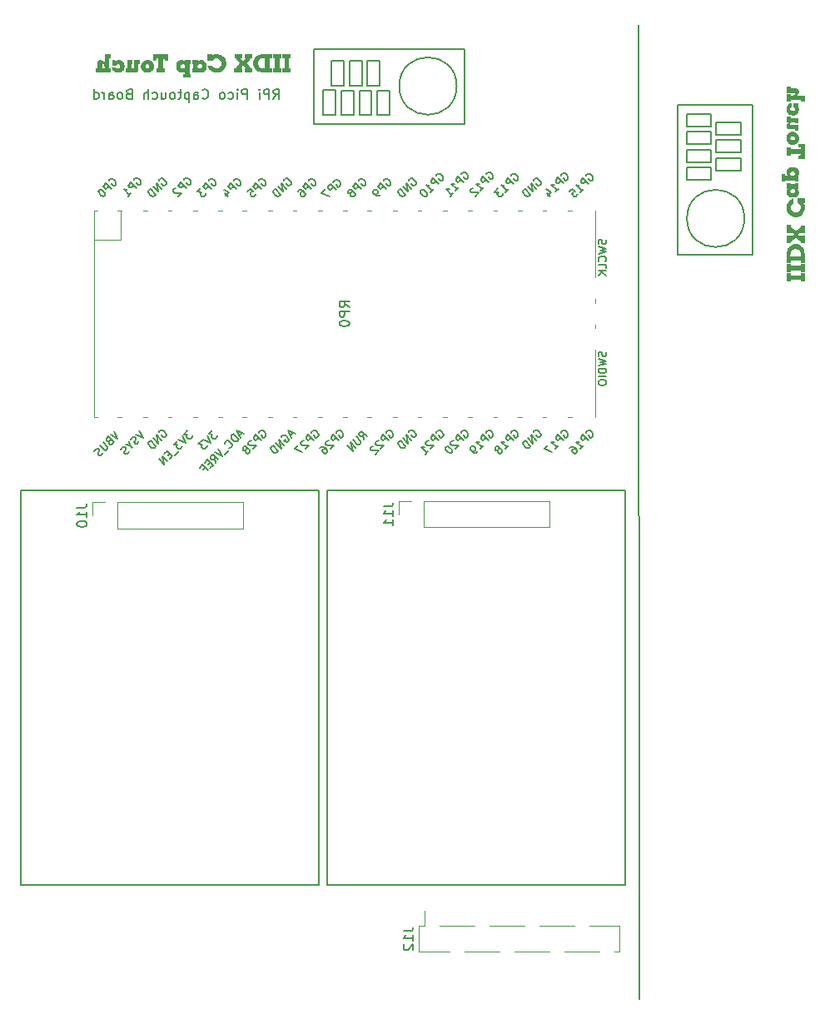
<source format=gbr>
%TF.GenerationSoftware,KiCad,Pcbnew,7.0.7*%
%TF.CreationDate,2024-01-08T08:14:38+08:00*%
%TF.ProjectId,IIDX_Cap_Controller,49494458-5f43-4617-905f-436f6e74726f,rev?*%
%TF.SameCoordinates,Original*%
%TF.FileFunction,Legend,Bot*%
%TF.FilePolarity,Positive*%
%FSLAX46Y46*%
G04 Gerber Fmt 4.6, Leading zero omitted, Abs format (unit mm)*
G04 Created by KiCad (PCBNEW 7.0.7) date 2024-01-08 08:14:38*
%MOMM*%
%LPD*%
G01*
G04 APERTURE LIST*
%ADD10C,0.150000*%
%ADD11C,0.200000*%
%ADD12C,0.120000*%
G04 APERTURE END LIST*
D10*
X162768051Y-44955199D02*
X165285380Y-44955199D01*
X165285380Y-46214962D01*
X162768051Y-46214962D01*
X162768051Y-44955199D01*
X127301449Y-35053676D02*
X128561212Y-35053676D01*
X128561212Y-37571005D01*
X127301449Y-37571005D01*
X127301449Y-35053676D01*
X121875496Y-33885833D02*
X137137118Y-33885833D01*
X137137118Y-41464733D01*
X121875496Y-41464733D01*
X121875496Y-33885833D01*
X158874323Y-39529246D02*
X166453223Y-39529246D01*
X166453223Y-54790868D01*
X158874323Y-54790868D01*
X158874323Y-39529246D01*
D11*
X123206259Y-78740000D02*
X153507784Y-78740000D01*
X153507784Y-118888093D01*
X123206259Y-118888093D01*
X123206259Y-78740000D01*
D10*
X165625189Y-51097823D02*
G75*
G03*
X165625189Y-51097823I-2919393J0D01*
G01*
X122804388Y-38071247D02*
X124064151Y-38071247D01*
X124064151Y-40588576D01*
X122804388Y-40588576D01*
X122804388Y-38071247D01*
X159783989Y-42297978D02*
X162261949Y-42297978D01*
X162261949Y-43523866D01*
X159783989Y-43523866D01*
X159783989Y-42297978D01*
X125485047Y-35088832D02*
X126744810Y-35088832D01*
X126744810Y-37606161D01*
X125485047Y-37606161D01*
X125485047Y-35088832D01*
X154832506Y-31418221D02*
X154950635Y-130471881D01*
X136363466Y-37633260D02*
G75*
G03*
X136363466Y-37633260I-2919393J0D01*
G01*
X159803215Y-45901485D02*
X162232653Y-45901485D01*
X162232653Y-47184685D01*
X159803215Y-47184685D01*
X159803215Y-45901485D01*
D11*
X92020682Y-78736795D02*
X122322207Y-78736795D01*
X122322207Y-118884888D01*
X92020682Y-118884888D01*
X92020682Y-78736795D01*
D10*
X159750480Y-40458138D02*
X162267809Y-40458138D01*
X162267809Y-41717901D01*
X159750480Y-41717901D01*
X159750480Y-40458138D01*
X123656926Y-35088832D02*
X124916689Y-35088832D01*
X124916689Y-37606161D01*
X123656926Y-37606161D01*
X123656926Y-35088832D01*
X124644228Y-38077107D02*
X125870116Y-38077107D01*
X125870116Y-40555067D01*
X124644228Y-40555067D01*
X124644228Y-38077107D01*
X126466489Y-38082966D02*
X127709223Y-38082966D01*
X127709223Y-40555067D01*
X126466489Y-40555067D01*
X126466489Y-38082966D01*
X162732895Y-41310676D02*
X165250224Y-41310676D01*
X165250224Y-42570439D01*
X162732895Y-42570439D01*
X162732895Y-41310676D01*
X159783989Y-44120239D02*
X162256090Y-44120239D01*
X162256090Y-45362973D01*
X159783989Y-45362973D01*
X159783989Y-44120239D01*
X162732895Y-43138797D02*
X165250224Y-43138797D01*
X165250224Y-44398560D01*
X162732895Y-44398560D01*
X162732895Y-43138797D01*
X128247735Y-38106403D02*
X129530935Y-38106403D01*
X129530935Y-40535841D01*
X128247735Y-40535841D01*
X128247735Y-38106403D01*
X117728374Y-38950206D02*
X118061707Y-38474015D01*
X118299802Y-38950206D02*
X118299802Y-37950206D01*
X118299802Y-37950206D02*
X117918850Y-37950206D01*
X117918850Y-37950206D02*
X117823612Y-37997825D01*
X117823612Y-37997825D02*
X117775993Y-38045444D01*
X117775993Y-38045444D02*
X117728374Y-38140682D01*
X117728374Y-38140682D02*
X117728374Y-38283539D01*
X117728374Y-38283539D02*
X117775993Y-38378777D01*
X117775993Y-38378777D02*
X117823612Y-38426396D01*
X117823612Y-38426396D02*
X117918850Y-38474015D01*
X117918850Y-38474015D02*
X118299802Y-38474015D01*
X117299802Y-38950206D02*
X117299802Y-37950206D01*
X117299802Y-37950206D02*
X116918850Y-37950206D01*
X116918850Y-37950206D02*
X116823612Y-37997825D01*
X116823612Y-37997825D02*
X116775993Y-38045444D01*
X116775993Y-38045444D02*
X116728374Y-38140682D01*
X116728374Y-38140682D02*
X116728374Y-38283539D01*
X116728374Y-38283539D02*
X116775993Y-38378777D01*
X116775993Y-38378777D02*
X116823612Y-38426396D01*
X116823612Y-38426396D02*
X116918850Y-38474015D01*
X116918850Y-38474015D02*
X117299802Y-38474015D01*
X116299802Y-38950206D02*
X116299802Y-38283539D01*
X116299802Y-37950206D02*
X116347421Y-37997825D01*
X116347421Y-37997825D02*
X116299802Y-38045444D01*
X116299802Y-38045444D02*
X116252183Y-37997825D01*
X116252183Y-37997825D02*
X116299802Y-37950206D01*
X116299802Y-37950206D02*
X116299802Y-38045444D01*
X115061707Y-38950206D02*
X115061707Y-37950206D01*
X115061707Y-37950206D02*
X114680755Y-37950206D01*
X114680755Y-37950206D02*
X114585517Y-37997825D01*
X114585517Y-37997825D02*
X114537898Y-38045444D01*
X114537898Y-38045444D02*
X114490279Y-38140682D01*
X114490279Y-38140682D02*
X114490279Y-38283539D01*
X114490279Y-38283539D02*
X114537898Y-38378777D01*
X114537898Y-38378777D02*
X114585517Y-38426396D01*
X114585517Y-38426396D02*
X114680755Y-38474015D01*
X114680755Y-38474015D02*
X115061707Y-38474015D01*
X114061707Y-38950206D02*
X114061707Y-38283539D01*
X114061707Y-37950206D02*
X114109326Y-37997825D01*
X114109326Y-37997825D02*
X114061707Y-38045444D01*
X114061707Y-38045444D02*
X114014088Y-37997825D01*
X114014088Y-37997825D02*
X114061707Y-37950206D01*
X114061707Y-37950206D02*
X114061707Y-38045444D01*
X113156946Y-38902587D02*
X113252184Y-38950206D01*
X113252184Y-38950206D02*
X113442660Y-38950206D01*
X113442660Y-38950206D02*
X113537898Y-38902587D01*
X113537898Y-38902587D02*
X113585517Y-38854967D01*
X113585517Y-38854967D02*
X113633136Y-38759729D01*
X113633136Y-38759729D02*
X113633136Y-38474015D01*
X113633136Y-38474015D02*
X113585517Y-38378777D01*
X113585517Y-38378777D02*
X113537898Y-38331158D01*
X113537898Y-38331158D02*
X113442660Y-38283539D01*
X113442660Y-38283539D02*
X113252184Y-38283539D01*
X113252184Y-38283539D02*
X113156946Y-38331158D01*
X112585517Y-38950206D02*
X112680755Y-38902587D01*
X112680755Y-38902587D02*
X112728374Y-38854967D01*
X112728374Y-38854967D02*
X112775993Y-38759729D01*
X112775993Y-38759729D02*
X112775993Y-38474015D01*
X112775993Y-38474015D02*
X112728374Y-38378777D01*
X112728374Y-38378777D02*
X112680755Y-38331158D01*
X112680755Y-38331158D02*
X112585517Y-38283539D01*
X112585517Y-38283539D02*
X112442660Y-38283539D01*
X112442660Y-38283539D02*
X112347422Y-38331158D01*
X112347422Y-38331158D02*
X112299803Y-38378777D01*
X112299803Y-38378777D02*
X112252184Y-38474015D01*
X112252184Y-38474015D02*
X112252184Y-38759729D01*
X112252184Y-38759729D02*
X112299803Y-38854967D01*
X112299803Y-38854967D02*
X112347422Y-38902587D01*
X112347422Y-38902587D02*
X112442660Y-38950206D01*
X112442660Y-38950206D02*
X112585517Y-38950206D01*
X110490279Y-38854967D02*
X110537898Y-38902587D01*
X110537898Y-38902587D02*
X110680755Y-38950206D01*
X110680755Y-38950206D02*
X110775993Y-38950206D01*
X110775993Y-38950206D02*
X110918850Y-38902587D01*
X110918850Y-38902587D02*
X111014088Y-38807348D01*
X111014088Y-38807348D02*
X111061707Y-38712110D01*
X111061707Y-38712110D02*
X111109326Y-38521634D01*
X111109326Y-38521634D02*
X111109326Y-38378777D01*
X111109326Y-38378777D02*
X111061707Y-38188301D01*
X111061707Y-38188301D02*
X111014088Y-38093063D01*
X111014088Y-38093063D02*
X110918850Y-37997825D01*
X110918850Y-37997825D02*
X110775993Y-37950206D01*
X110775993Y-37950206D02*
X110680755Y-37950206D01*
X110680755Y-37950206D02*
X110537898Y-37997825D01*
X110537898Y-37997825D02*
X110490279Y-38045444D01*
X109633136Y-38950206D02*
X109633136Y-38426396D01*
X109633136Y-38426396D02*
X109680755Y-38331158D01*
X109680755Y-38331158D02*
X109775993Y-38283539D01*
X109775993Y-38283539D02*
X109966469Y-38283539D01*
X109966469Y-38283539D02*
X110061707Y-38331158D01*
X109633136Y-38902587D02*
X109728374Y-38950206D01*
X109728374Y-38950206D02*
X109966469Y-38950206D01*
X109966469Y-38950206D02*
X110061707Y-38902587D01*
X110061707Y-38902587D02*
X110109326Y-38807348D01*
X110109326Y-38807348D02*
X110109326Y-38712110D01*
X110109326Y-38712110D02*
X110061707Y-38616872D01*
X110061707Y-38616872D02*
X109966469Y-38569253D01*
X109966469Y-38569253D02*
X109728374Y-38569253D01*
X109728374Y-38569253D02*
X109633136Y-38521634D01*
X109156945Y-38283539D02*
X109156945Y-39283539D01*
X109156945Y-38331158D02*
X109061707Y-38283539D01*
X109061707Y-38283539D02*
X108871231Y-38283539D01*
X108871231Y-38283539D02*
X108775993Y-38331158D01*
X108775993Y-38331158D02*
X108728374Y-38378777D01*
X108728374Y-38378777D02*
X108680755Y-38474015D01*
X108680755Y-38474015D02*
X108680755Y-38759729D01*
X108680755Y-38759729D02*
X108728374Y-38854967D01*
X108728374Y-38854967D02*
X108775993Y-38902587D01*
X108775993Y-38902587D02*
X108871231Y-38950206D01*
X108871231Y-38950206D02*
X109061707Y-38950206D01*
X109061707Y-38950206D02*
X109156945Y-38902587D01*
X108395040Y-38283539D02*
X108014088Y-38283539D01*
X108252183Y-37950206D02*
X108252183Y-38807348D01*
X108252183Y-38807348D02*
X108204564Y-38902587D01*
X108204564Y-38902587D02*
X108109326Y-38950206D01*
X108109326Y-38950206D02*
X108014088Y-38950206D01*
X107537897Y-38950206D02*
X107633135Y-38902587D01*
X107633135Y-38902587D02*
X107680754Y-38854967D01*
X107680754Y-38854967D02*
X107728373Y-38759729D01*
X107728373Y-38759729D02*
X107728373Y-38474015D01*
X107728373Y-38474015D02*
X107680754Y-38378777D01*
X107680754Y-38378777D02*
X107633135Y-38331158D01*
X107633135Y-38331158D02*
X107537897Y-38283539D01*
X107537897Y-38283539D02*
X107395040Y-38283539D01*
X107395040Y-38283539D02*
X107299802Y-38331158D01*
X107299802Y-38331158D02*
X107252183Y-38378777D01*
X107252183Y-38378777D02*
X107204564Y-38474015D01*
X107204564Y-38474015D02*
X107204564Y-38759729D01*
X107204564Y-38759729D02*
X107252183Y-38854967D01*
X107252183Y-38854967D02*
X107299802Y-38902587D01*
X107299802Y-38902587D02*
X107395040Y-38950206D01*
X107395040Y-38950206D02*
X107537897Y-38950206D01*
X106347421Y-38283539D02*
X106347421Y-38950206D01*
X106775992Y-38283539D02*
X106775992Y-38807348D01*
X106775992Y-38807348D02*
X106728373Y-38902587D01*
X106728373Y-38902587D02*
X106633135Y-38950206D01*
X106633135Y-38950206D02*
X106490278Y-38950206D01*
X106490278Y-38950206D02*
X106395040Y-38902587D01*
X106395040Y-38902587D02*
X106347421Y-38854967D01*
X105442659Y-38902587D02*
X105537897Y-38950206D01*
X105537897Y-38950206D02*
X105728373Y-38950206D01*
X105728373Y-38950206D02*
X105823611Y-38902587D01*
X105823611Y-38902587D02*
X105871230Y-38854967D01*
X105871230Y-38854967D02*
X105918849Y-38759729D01*
X105918849Y-38759729D02*
X105918849Y-38474015D01*
X105918849Y-38474015D02*
X105871230Y-38378777D01*
X105871230Y-38378777D02*
X105823611Y-38331158D01*
X105823611Y-38331158D02*
X105728373Y-38283539D01*
X105728373Y-38283539D02*
X105537897Y-38283539D01*
X105537897Y-38283539D02*
X105442659Y-38331158D01*
X105014087Y-38950206D02*
X105014087Y-37950206D01*
X104585516Y-38950206D02*
X104585516Y-38426396D01*
X104585516Y-38426396D02*
X104633135Y-38331158D01*
X104633135Y-38331158D02*
X104728373Y-38283539D01*
X104728373Y-38283539D02*
X104871230Y-38283539D01*
X104871230Y-38283539D02*
X104966468Y-38331158D01*
X104966468Y-38331158D02*
X105014087Y-38378777D01*
X103014087Y-38426396D02*
X102871230Y-38474015D01*
X102871230Y-38474015D02*
X102823611Y-38521634D01*
X102823611Y-38521634D02*
X102775992Y-38616872D01*
X102775992Y-38616872D02*
X102775992Y-38759729D01*
X102775992Y-38759729D02*
X102823611Y-38854967D01*
X102823611Y-38854967D02*
X102871230Y-38902587D01*
X102871230Y-38902587D02*
X102966468Y-38950206D01*
X102966468Y-38950206D02*
X103347420Y-38950206D01*
X103347420Y-38950206D02*
X103347420Y-37950206D01*
X103347420Y-37950206D02*
X103014087Y-37950206D01*
X103014087Y-37950206D02*
X102918849Y-37997825D01*
X102918849Y-37997825D02*
X102871230Y-38045444D01*
X102871230Y-38045444D02*
X102823611Y-38140682D01*
X102823611Y-38140682D02*
X102823611Y-38235920D01*
X102823611Y-38235920D02*
X102871230Y-38331158D01*
X102871230Y-38331158D02*
X102918849Y-38378777D01*
X102918849Y-38378777D02*
X103014087Y-38426396D01*
X103014087Y-38426396D02*
X103347420Y-38426396D01*
X102204563Y-38950206D02*
X102299801Y-38902587D01*
X102299801Y-38902587D02*
X102347420Y-38854967D01*
X102347420Y-38854967D02*
X102395039Y-38759729D01*
X102395039Y-38759729D02*
X102395039Y-38474015D01*
X102395039Y-38474015D02*
X102347420Y-38378777D01*
X102347420Y-38378777D02*
X102299801Y-38331158D01*
X102299801Y-38331158D02*
X102204563Y-38283539D01*
X102204563Y-38283539D02*
X102061706Y-38283539D01*
X102061706Y-38283539D02*
X101966468Y-38331158D01*
X101966468Y-38331158D02*
X101918849Y-38378777D01*
X101918849Y-38378777D02*
X101871230Y-38474015D01*
X101871230Y-38474015D02*
X101871230Y-38759729D01*
X101871230Y-38759729D02*
X101918849Y-38854967D01*
X101918849Y-38854967D02*
X101966468Y-38902587D01*
X101966468Y-38902587D02*
X102061706Y-38950206D01*
X102061706Y-38950206D02*
X102204563Y-38950206D01*
X101014087Y-38950206D02*
X101014087Y-38426396D01*
X101014087Y-38426396D02*
X101061706Y-38331158D01*
X101061706Y-38331158D02*
X101156944Y-38283539D01*
X101156944Y-38283539D02*
X101347420Y-38283539D01*
X101347420Y-38283539D02*
X101442658Y-38331158D01*
X101014087Y-38902587D02*
X101109325Y-38950206D01*
X101109325Y-38950206D02*
X101347420Y-38950206D01*
X101347420Y-38950206D02*
X101442658Y-38902587D01*
X101442658Y-38902587D02*
X101490277Y-38807348D01*
X101490277Y-38807348D02*
X101490277Y-38712110D01*
X101490277Y-38712110D02*
X101442658Y-38616872D01*
X101442658Y-38616872D02*
X101347420Y-38569253D01*
X101347420Y-38569253D02*
X101109325Y-38569253D01*
X101109325Y-38569253D02*
X101014087Y-38521634D01*
X100537896Y-38950206D02*
X100537896Y-38283539D01*
X100537896Y-38474015D02*
X100490277Y-38378777D01*
X100490277Y-38378777D02*
X100442658Y-38331158D01*
X100442658Y-38331158D02*
X100347420Y-38283539D01*
X100347420Y-38283539D02*
X100252182Y-38283539D01*
X99490277Y-38950206D02*
X99490277Y-37950206D01*
X99490277Y-38902587D02*
X99585515Y-38950206D01*
X99585515Y-38950206D02*
X99775991Y-38950206D01*
X99775991Y-38950206D02*
X99871229Y-38902587D01*
X99871229Y-38902587D02*
X99918848Y-38854967D01*
X99918848Y-38854967D02*
X99966467Y-38759729D01*
X99966467Y-38759729D02*
X99966467Y-38474015D01*
X99966467Y-38474015D02*
X99918848Y-38378777D01*
X99918848Y-38378777D02*
X99871229Y-38331158D01*
X99871229Y-38331158D02*
X99775991Y-38283539D01*
X99775991Y-38283539D02*
X99585515Y-38283539D01*
X99585515Y-38283539D02*
X99490277Y-38331158D01*
X130952550Y-123559204D02*
X131666835Y-123559204D01*
X131666835Y-123559204D02*
X131809692Y-123511585D01*
X131809692Y-123511585D02*
X131904931Y-123416347D01*
X131904931Y-123416347D02*
X131952550Y-123273490D01*
X131952550Y-123273490D02*
X131952550Y-123178252D01*
X131952550Y-124559204D02*
X131952550Y-123987776D01*
X131952550Y-124273490D02*
X130952550Y-124273490D01*
X130952550Y-124273490D02*
X131095407Y-124178252D01*
X131095407Y-124178252D02*
X131190645Y-124083014D01*
X131190645Y-124083014D02*
X131238264Y-123987776D01*
X131047788Y-124940157D02*
X131000169Y-124987776D01*
X131000169Y-124987776D02*
X130952550Y-125083014D01*
X130952550Y-125083014D02*
X130952550Y-125321109D01*
X130952550Y-125321109D02*
X131000169Y-125416347D01*
X131000169Y-125416347D02*
X131047788Y-125463966D01*
X131047788Y-125463966D02*
X131143026Y-125511585D01*
X131143026Y-125511585D02*
X131238264Y-125511585D01*
X131238264Y-125511585D02*
X131381121Y-125463966D01*
X131381121Y-125463966D02*
X131952550Y-124892538D01*
X131952550Y-124892538D02*
X131952550Y-125511585D01*
X128913327Y-80370749D02*
X129627612Y-80370749D01*
X129627612Y-80370749D02*
X129770469Y-80323130D01*
X129770469Y-80323130D02*
X129865708Y-80227892D01*
X129865708Y-80227892D02*
X129913327Y-80085035D01*
X129913327Y-80085035D02*
X129913327Y-79989797D01*
X129913327Y-81370749D02*
X129913327Y-80799321D01*
X129913327Y-81085035D02*
X128913327Y-81085035D01*
X128913327Y-81085035D02*
X129056184Y-80989797D01*
X129056184Y-80989797D02*
X129151422Y-80894559D01*
X129151422Y-80894559D02*
X129199041Y-80799321D01*
X129913327Y-82323130D02*
X129913327Y-81751702D01*
X129913327Y-82037416D02*
X128913327Y-82037416D01*
X128913327Y-82037416D02*
X129056184Y-81942178D01*
X129056184Y-81942178D02*
X129151422Y-81846940D01*
X129151422Y-81846940D02*
X129199041Y-81751702D01*
X125449473Y-60108426D02*
X124973282Y-59775093D01*
X125449473Y-59536998D02*
X124449473Y-59536998D01*
X124449473Y-59536998D02*
X124449473Y-59917950D01*
X124449473Y-59917950D02*
X124497092Y-60013188D01*
X124497092Y-60013188D02*
X124544711Y-60060807D01*
X124544711Y-60060807D02*
X124639949Y-60108426D01*
X124639949Y-60108426D02*
X124782806Y-60108426D01*
X124782806Y-60108426D02*
X124878044Y-60060807D01*
X124878044Y-60060807D02*
X124925663Y-60013188D01*
X124925663Y-60013188D02*
X124973282Y-59917950D01*
X124973282Y-59917950D02*
X124973282Y-59536998D01*
X125449473Y-60536998D02*
X124449473Y-60536998D01*
X124449473Y-60536998D02*
X124449473Y-60917950D01*
X124449473Y-60917950D02*
X124497092Y-61013188D01*
X124497092Y-61013188D02*
X124544711Y-61060807D01*
X124544711Y-61060807D02*
X124639949Y-61108426D01*
X124639949Y-61108426D02*
X124782806Y-61108426D01*
X124782806Y-61108426D02*
X124878044Y-61060807D01*
X124878044Y-61060807D02*
X124925663Y-61013188D01*
X124925663Y-61013188D02*
X124973282Y-60917950D01*
X124973282Y-60917950D02*
X124973282Y-60536998D01*
X124449473Y-61727474D02*
X124449473Y-61822712D01*
X124449473Y-61822712D02*
X124497092Y-61917950D01*
X124497092Y-61917950D02*
X124544711Y-61965569D01*
X124544711Y-61965569D02*
X124639949Y-62013188D01*
X124639949Y-62013188D02*
X124830425Y-62060807D01*
X124830425Y-62060807D02*
X125068520Y-62060807D01*
X125068520Y-62060807D02*
X125258996Y-62013188D01*
X125258996Y-62013188D02*
X125354234Y-61965569D01*
X125354234Y-61965569D02*
X125401854Y-61917950D01*
X125401854Y-61917950D02*
X125449473Y-61822712D01*
X125449473Y-61822712D02*
X125449473Y-61727474D01*
X125449473Y-61727474D02*
X125401854Y-61632236D01*
X125401854Y-61632236D02*
X125354234Y-61584617D01*
X125354234Y-61584617D02*
X125258996Y-61536998D01*
X125258996Y-61536998D02*
X125068520Y-61489379D01*
X125068520Y-61489379D02*
X124830425Y-61489379D01*
X124830425Y-61489379D02*
X124639949Y-61536998D01*
X124639949Y-61536998D02*
X124544711Y-61584617D01*
X124544711Y-61584617D02*
X124497092Y-61632236D01*
X124497092Y-61632236D02*
X124449473Y-61727474D01*
X136815522Y-46619091D02*
X136842459Y-46538278D01*
X136842459Y-46538278D02*
X136923272Y-46457466D01*
X136923272Y-46457466D02*
X137031021Y-46403591D01*
X137031021Y-46403591D02*
X137138771Y-46403591D01*
X137138771Y-46403591D02*
X137219583Y-46430529D01*
X137219583Y-46430529D02*
X137354270Y-46511341D01*
X137354270Y-46511341D02*
X137435082Y-46592153D01*
X137435082Y-46592153D02*
X137515895Y-46726840D01*
X137515895Y-46726840D02*
X137542832Y-46807653D01*
X137542832Y-46807653D02*
X137542832Y-46915402D01*
X137542832Y-46915402D02*
X137488957Y-47023152D01*
X137488957Y-47023152D02*
X137435082Y-47077027D01*
X137435082Y-47077027D02*
X137327333Y-47130901D01*
X137327333Y-47130901D02*
X137273458Y-47130901D01*
X137273458Y-47130901D02*
X137084896Y-46942340D01*
X137084896Y-46942340D02*
X137192646Y-46834590D01*
X137084896Y-47427213D02*
X136519211Y-46861527D01*
X136519211Y-46861527D02*
X136303711Y-47077027D01*
X136303711Y-47077027D02*
X136276774Y-47157839D01*
X136276774Y-47157839D02*
X136276774Y-47211714D01*
X136276774Y-47211714D02*
X136303711Y-47292526D01*
X136303711Y-47292526D02*
X136384524Y-47373338D01*
X136384524Y-47373338D02*
X136465336Y-47400275D01*
X136465336Y-47400275D02*
X136519211Y-47400275D01*
X136519211Y-47400275D02*
X136600023Y-47373338D01*
X136600023Y-47373338D02*
X136815522Y-47157839D01*
X136222899Y-48289210D02*
X136546148Y-47965961D01*
X136384524Y-48127585D02*
X135818838Y-47561900D01*
X135818838Y-47561900D02*
X135953525Y-47588837D01*
X135953525Y-47588837D02*
X136061275Y-47588837D01*
X136061275Y-47588837D02*
X136142087Y-47561900D01*
X135684151Y-48827958D02*
X136007400Y-48504709D01*
X135845775Y-48666333D02*
X135280090Y-48100648D01*
X135280090Y-48100648D02*
X135414777Y-48127585D01*
X135414777Y-48127585D02*
X135522527Y-48127585D01*
X135522527Y-48127585D02*
X135603339Y-48100648D01*
X119735894Y-72926966D02*
X119466520Y-73196340D01*
X119951393Y-73034716D02*
X119197146Y-72657592D01*
X119197146Y-72657592D02*
X119574269Y-73411839D01*
X118550648Y-73357964D02*
X118577586Y-73277152D01*
X118577586Y-73277152D02*
X118658398Y-73196340D01*
X118658398Y-73196340D02*
X118766148Y-73142465D01*
X118766148Y-73142465D02*
X118873897Y-73142465D01*
X118873897Y-73142465D02*
X118954709Y-73169403D01*
X118954709Y-73169403D02*
X119089396Y-73250215D01*
X119089396Y-73250215D02*
X119170209Y-73331027D01*
X119170209Y-73331027D02*
X119251021Y-73465714D01*
X119251021Y-73465714D02*
X119277958Y-73546526D01*
X119277958Y-73546526D02*
X119277958Y-73654276D01*
X119277958Y-73654276D02*
X119224083Y-73762025D01*
X119224083Y-73762025D02*
X119170209Y-73815900D01*
X119170209Y-73815900D02*
X119062459Y-73869775D01*
X119062459Y-73869775D02*
X119008584Y-73869775D01*
X119008584Y-73869775D02*
X118820022Y-73681213D01*
X118820022Y-73681213D02*
X118927772Y-73573464D01*
X118820022Y-74166086D02*
X118254337Y-73600401D01*
X118254337Y-73600401D02*
X118496774Y-74489335D01*
X118496774Y-74489335D02*
X117931088Y-73923650D01*
X118227400Y-74758709D02*
X117661714Y-74193024D01*
X117661714Y-74193024D02*
X117527027Y-74327711D01*
X117527027Y-74327711D02*
X117473152Y-74435460D01*
X117473152Y-74435460D02*
X117473152Y-74543210D01*
X117473152Y-74543210D02*
X117500090Y-74624022D01*
X117500090Y-74624022D02*
X117580902Y-74758709D01*
X117580902Y-74758709D02*
X117661714Y-74839521D01*
X117661714Y-74839521D02*
X117796401Y-74920334D01*
X117796401Y-74920334D02*
X117877214Y-74947271D01*
X117877214Y-74947271D02*
X117984963Y-74947271D01*
X117984963Y-74947271D02*
X118092713Y-74893396D01*
X118092713Y-74893396D02*
X118227400Y-74758709D01*
X144193085Y-72861528D02*
X144220022Y-72780716D01*
X144220022Y-72780716D02*
X144300834Y-72699904D01*
X144300834Y-72699904D02*
X144408584Y-72646029D01*
X144408584Y-72646029D02*
X144516334Y-72646029D01*
X144516334Y-72646029D02*
X144597146Y-72672966D01*
X144597146Y-72672966D02*
X144731833Y-72753778D01*
X144731833Y-72753778D02*
X144812645Y-72834591D01*
X144812645Y-72834591D02*
X144893457Y-72969278D01*
X144893457Y-72969278D02*
X144920395Y-73050090D01*
X144920395Y-73050090D02*
X144920395Y-73157839D01*
X144920395Y-73157839D02*
X144866520Y-73265589D01*
X144866520Y-73265589D02*
X144812645Y-73319464D01*
X144812645Y-73319464D02*
X144704895Y-73373339D01*
X144704895Y-73373339D02*
X144651021Y-73373339D01*
X144651021Y-73373339D02*
X144462459Y-73184777D01*
X144462459Y-73184777D02*
X144570208Y-73077027D01*
X144462459Y-73669650D02*
X143896773Y-73103965D01*
X143896773Y-73103965D02*
X144139210Y-73992899D01*
X144139210Y-73992899D02*
X143573525Y-73427213D01*
X143869836Y-74262273D02*
X143304151Y-73696587D01*
X143304151Y-73696587D02*
X143169464Y-73831274D01*
X143169464Y-73831274D02*
X143115589Y-73939024D01*
X143115589Y-73939024D02*
X143115589Y-74046773D01*
X143115589Y-74046773D02*
X143142526Y-74127586D01*
X143142526Y-74127586D02*
X143223339Y-74262273D01*
X143223339Y-74262273D02*
X143304151Y-74343085D01*
X143304151Y-74343085D02*
X143438838Y-74423897D01*
X143438838Y-74423897D02*
X143519650Y-74450834D01*
X143519650Y-74450834D02*
X143627400Y-74450834D01*
X143627400Y-74450834D02*
X143735149Y-74396960D01*
X143735149Y-74396960D02*
X143869836Y-74262273D01*
X101522239Y-72728499D02*
X101899363Y-73482746D01*
X101899363Y-73482746D02*
X101145116Y-73105622D01*
X101037366Y-73752120D02*
X100983492Y-73859869D01*
X100983492Y-73859869D02*
X100983492Y-73913744D01*
X100983492Y-73913744D02*
X101010429Y-73994556D01*
X101010429Y-73994556D02*
X101091241Y-74075369D01*
X101091241Y-74075369D02*
X101172053Y-74102306D01*
X101172053Y-74102306D02*
X101225928Y-74102306D01*
X101225928Y-74102306D02*
X101306740Y-74075369D01*
X101306740Y-74075369D02*
X101522240Y-73859869D01*
X101522240Y-73859869D02*
X100956554Y-73294184D01*
X100956554Y-73294184D02*
X100767992Y-73482746D01*
X100767992Y-73482746D02*
X100741055Y-73563558D01*
X100741055Y-73563558D02*
X100741055Y-73617433D01*
X100741055Y-73617433D02*
X100767992Y-73698245D01*
X100767992Y-73698245D02*
X100821867Y-73752120D01*
X100821867Y-73752120D02*
X100902679Y-73779057D01*
X100902679Y-73779057D02*
X100956554Y-73779057D01*
X100956554Y-73779057D02*
X101037366Y-73752120D01*
X101037366Y-73752120D02*
X101225928Y-73563558D01*
X100390869Y-73859869D02*
X100848805Y-74317805D01*
X100848805Y-74317805D02*
X100875742Y-74398617D01*
X100875742Y-74398617D02*
X100875742Y-74452492D01*
X100875742Y-74452492D02*
X100848805Y-74533304D01*
X100848805Y-74533304D02*
X100741055Y-74641054D01*
X100741055Y-74641054D02*
X100660243Y-74667991D01*
X100660243Y-74667991D02*
X100606368Y-74667991D01*
X100606368Y-74667991D02*
X100525556Y-74641054D01*
X100525556Y-74641054D02*
X100067620Y-74183118D01*
X100363931Y-74964303D02*
X100310057Y-75072052D01*
X100310057Y-75072052D02*
X100175370Y-75206739D01*
X100175370Y-75206739D02*
X100094557Y-75233677D01*
X100094557Y-75233677D02*
X100040683Y-75233677D01*
X100040683Y-75233677D02*
X99959870Y-75206739D01*
X99959870Y-75206739D02*
X99905996Y-75152864D01*
X99905996Y-75152864D02*
X99879058Y-75072052D01*
X99879058Y-75072052D02*
X99879058Y-75018177D01*
X99879058Y-75018177D02*
X99905996Y-74937365D01*
X99905996Y-74937365D02*
X99986808Y-74802678D01*
X99986808Y-74802678D02*
X100013745Y-74721866D01*
X100013745Y-74721866D02*
X100013745Y-74667991D01*
X100013745Y-74667991D02*
X99986808Y-74587179D01*
X99986808Y-74587179D02*
X99932933Y-74533304D01*
X99932933Y-74533304D02*
X99852121Y-74506367D01*
X99852121Y-74506367D02*
X99798246Y-74506367D01*
X99798246Y-74506367D02*
X99717434Y-74533304D01*
X99717434Y-74533304D02*
X99582747Y-74667991D01*
X99582747Y-74667991D02*
X99528872Y-74775741D01*
X106093085Y-72861528D02*
X106120022Y-72780716D01*
X106120022Y-72780716D02*
X106200834Y-72699904D01*
X106200834Y-72699904D02*
X106308584Y-72646029D01*
X106308584Y-72646029D02*
X106416334Y-72646029D01*
X106416334Y-72646029D02*
X106497146Y-72672966D01*
X106497146Y-72672966D02*
X106631833Y-72753778D01*
X106631833Y-72753778D02*
X106712645Y-72834591D01*
X106712645Y-72834591D02*
X106793457Y-72969278D01*
X106793457Y-72969278D02*
X106820395Y-73050090D01*
X106820395Y-73050090D02*
X106820395Y-73157839D01*
X106820395Y-73157839D02*
X106766520Y-73265589D01*
X106766520Y-73265589D02*
X106712645Y-73319464D01*
X106712645Y-73319464D02*
X106604895Y-73373339D01*
X106604895Y-73373339D02*
X106551021Y-73373339D01*
X106551021Y-73373339D02*
X106362459Y-73184777D01*
X106362459Y-73184777D02*
X106470208Y-73077027D01*
X106362459Y-73669650D02*
X105796773Y-73103965D01*
X105796773Y-73103965D02*
X106039210Y-73992899D01*
X106039210Y-73992899D02*
X105473525Y-73427213D01*
X105769836Y-74262273D02*
X105204151Y-73696587D01*
X105204151Y-73696587D02*
X105069464Y-73831274D01*
X105069464Y-73831274D02*
X105015589Y-73939024D01*
X105015589Y-73939024D02*
X105015589Y-74046773D01*
X105015589Y-74046773D02*
X105042526Y-74127586D01*
X105042526Y-74127586D02*
X105123339Y-74262273D01*
X105123339Y-74262273D02*
X105204151Y-74343085D01*
X105204151Y-74343085D02*
X105338838Y-74423897D01*
X105338838Y-74423897D02*
X105419650Y-74450834D01*
X105419650Y-74450834D02*
X105527400Y-74450834D01*
X105527400Y-74450834D02*
X105635149Y-74396960D01*
X105635149Y-74396960D02*
X105769836Y-74262273D01*
X141895522Y-46765091D02*
X141922459Y-46684278D01*
X141922459Y-46684278D02*
X142003272Y-46603466D01*
X142003272Y-46603466D02*
X142111021Y-46549591D01*
X142111021Y-46549591D02*
X142218771Y-46549591D01*
X142218771Y-46549591D02*
X142299583Y-46576529D01*
X142299583Y-46576529D02*
X142434270Y-46657341D01*
X142434270Y-46657341D02*
X142515082Y-46738153D01*
X142515082Y-46738153D02*
X142595895Y-46872840D01*
X142595895Y-46872840D02*
X142622832Y-46953653D01*
X142622832Y-46953653D02*
X142622832Y-47061402D01*
X142622832Y-47061402D02*
X142568957Y-47169152D01*
X142568957Y-47169152D02*
X142515082Y-47223027D01*
X142515082Y-47223027D02*
X142407333Y-47276901D01*
X142407333Y-47276901D02*
X142353458Y-47276901D01*
X142353458Y-47276901D02*
X142164896Y-47088340D01*
X142164896Y-47088340D02*
X142272646Y-46980590D01*
X142164896Y-47573213D02*
X141599211Y-47007527D01*
X141599211Y-47007527D02*
X141383711Y-47223027D01*
X141383711Y-47223027D02*
X141356774Y-47303839D01*
X141356774Y-47303839D02*
X141356774Y-47357714D01*
X141356774Y-47357714D02*
X141383711Y-47438526D01*
X141383711Y-47438526D02*
X141464524Y-47519338D01*
X141464524Y-47519338D02*
X141545336Y-47546275D01*
X141545336Y-47546275D02*
X141599211Y-47546275D01*
X141599211Y-47546275D02*
X141680023Y-47519338D01*
X141680023Y-47519338D02*
X141895522Y-47303839D01*
X141302899Y-48435210D02*
X141626148Y-48111961D01*
X141464524Y-48273585D02*
X140898838Y-47707900D01*
X140898838Y-47707900D02*
X141033525Y-47734837D01*
X141033525Y-47734837D02*
X141141275Y-47734837D01*
X141141275Y-47734837D02*
X141222087Y-47707900D01*
X140548652Y-48058086D02*
X140198466Y-48408272D01*
X140198466Y-48408272D02*
X140602527Y-48435210D01*
X140602527Y-48435210D02*
X140521714Y-48516022D01*
X140521714Y-48516022D02*
X140494777Y-48596834D01*
X140494777Y-48596834D02*
X140494777Y-48650709D01*
X140494777Y-48650709D02*
X140521714Y-48731521D01*
X140521714Y-48731521D02*
X140656401Y-48866208D01*
X140656401Y-48866208D02*
X140737214Y-48893146D01*
X140737214Y-48893146D02*
X140791088Y-48893146D01*
X140791088Y-48893146D02*
X140871901Y-48866208D01*
X140871901Y-48866208D02*
X141033525Y-48704584D01*
X141033525Y-48704584D02*
X141060462Y-48623772D01*
X141060462Y-48623772D02*
X141060462Y-48569897D01*
X114528703Y-72930157D02*
X114259329Y-73199531D01*
X114744203Y-73037906D02*
X113989955Y-72660783D01*
X113989955Y-72660783D02*
X114367079Y-73415030D01*
X114178517Y-73603592D02*
X113612832Y-73037906D01*
X113612832Y-73037906D02*
X113478145Y-73172593D01*
X113478145Y-73172593D02*
X113424270Y-73280343D01*
X113424270Y-73280343D02*
X113424270Y-73388092D01*
X113424270Y-73388092D02*
X113451207Y-73468905D01*
X113451207Y-73468905D02*
X113532020Y-73603592D01*
X113532020Y-73603592D02*
X113612832Y-73684404D01*
X113612832Y-73684404D02*
X113747519Y-73765216D01*
X113747519Y-73765216D02*
X113828331Y-73792153D01*
X113828331Y-73792153D02*
X113936081Y-73792153D01*
X113936081Y-73792153D02*
X114043830Y-73738279D01*
X114043830Y-73738279D02*
X114178517Y-73603592D01*
X113235708Y-74438651D02*
X113289583Y-74438651D01*
X113289583Y-74438651D02*
X113397333Y-74384776D01*
X113397333Y-74384776D02*
X113451207Y-74330901D01*
X113451207Y-74330901D02*
X113505082Y-74223152D01*
X113505082Y-74223152D02*
X113505082Y-74115402D01*
X113505082Y-74115402D02*
X113478145Y-74034590D01*
X113478145Y-74034590D02*
X113397333Y-73899903D01*
X113397333Y-73899903D02*
X113316520Y-73819091D01*
X113316520Y-73819091D02*
X113181833Y-73738279D01*
X113181833Y-73738279D02*
X113101021Y-73711341D01*
X113101021Y-73711341D02*
X112993272Y-73711341D01*
X112993272Y-73711341D02*
X112885522Y-73765216D01*
X112885522Y-73765216D02*
X112831647Y-73819091D01*
X112831647Y-73819091D02*
X112777772Y-73926840D01*
X112777772Y-73926840D02*
X112777772Y-73980715D01*
X113235708Y-74654150D02*
X112804710Y-75085149D01*
X112131275Y-74519463D02*
X112508398Y-75273711D01*
X112508398Y-75273711D02*
X111754151Y-74896587D01*
X111808026Y-75974083D02*
X111727214Y-75516147D01*
X112131275Y-75650834D02*
X111565589Y-75085149D01*
X111565589Y-75085149D02*
X111350090Y-75300648D01*
X111350090Y-75300648D02*
X111323153Y-75381460D01*
X111323153Y-75381460D02*
X111323153Y-75435335D01*
X111323153Y-75435335D02*
X111350090Y-75516147D01*
X111350090Y-75516147D02*
X111430902Y-75596959D01*
X111430902Y-75596959D02*
X111511715Y-75623897D01*
X111511715Y-75623897D02*
X111565589Y-75623897D01*
X111565589Y-75623897D02*
X111646402Y-75596959D01*
X111646402Y-75596959D02*
X111861901Y-75381460D01*
X111269278Y-75920208D02*
X111080716Y-76108770D01*
X111296215Y-76485893D02*
X111565589Y-76216519D01*
X111565589Y-76216519D02*
X110999904Y-75650834D01*
X110999904Y-75650834D02*
X110730530Y-75920208D01*
X110568905Y-76620581D02*
X110757467Y-76432019D01*
X111053779Y-76728330D02*
X110488093Y-76162645D01*
X110488093Y-76162645D02*
X110218719Y-76432019D01*
X113686148Y-47288465D02*
X113713085Y-47207653D01*
X113713085Y-47207653D02*
X113793897Y-47126841D01*
X113793897Y-47126841D02*
X113901647Y-47072966D01*
X113901647Y-47072966D02*
X114009396Y-47072966D01*
X114009396Y-47072966D02*
X114090209Y-47099903D01*
X114090209Y-47099903D02*
X114224896Y-47180716D01*
X114224896Y-47180716D02*
X114305708Y-47261528D01*
X114305708Y-47261528D02*
X114386520Y-47396215D01*
X114386520Y-47396215D02*
X114413457Y-47477027D01*
X114413457Y-47477027D02*
X114413457Y-47584777D01*
X114413457Y-47584777D02*
X114359583Y-47692526D01*
X114359583Y-47692526D02*
X114305708Y-47746401D01*
X114305708Y-47746401D02*
X114197958Y-47800276D01*
X114197958Y-47800276D02*
X114144083Y-47800276D01*
X114144083Y-47800276D02*
X113955522Y-47611714D01*
X113955522Y-47611714D02*
X114063271Y-47503964D01*
X113955522Y-48096587D02*
X113389836Y-47530902D01*
X113389836Y-47530902D02*
X113174337Y-47746401D01*
X113174337Y-47746401D02*
X113147400Y-47827213D01*
X113147400Y-47827213D02*
X113147400Y-47881088D01*
X113147400Y-47881088D02*
X113174337Y-47961900D01*
X113174337Y-47961900D02*
X113255149Y-48042712D01*
X113255149Y-48042712D02*
X113335961Y-48069650D01*
X113335961Y-48069650D02*
X113389836Y-48069650D01*
X113389836Y-48069650D02*
X113470648Y-48042712D01*
X113470648Y-48042712D02*
X113686148Y-47827213D01*
X112770276Y-48527586D02*
X113147400Y-48904709D01*
X112689464Y-48177399D02*
X113228212Y-48446773D01*
X113228212Y-48446773D02*
X112878026Y-48796960D01*
X123816148Y-47388465D02*
X123843085Y-47307653D01*
X123843085Y-47307653D02*
X123923897Y-47226841D01*
X123923897Y-47226841D02*
X124031647Y-47172966D01*
X124031647Y-47172966D02*
X124139396Y-47172966D01*
X124139396Y-47172966D02*
X124220209Y-47199903D01*
X124220209Y-47199903D02*
X124354896Y-47280716D01*
X124354896Y-47280716D02*
X124435708Y-47361528D01*
X124435708Y-47361528D02*
X124516520Y-47496215D01*
X124516520Y-47496215D02*
X124543457Y-47577027D01*
X124543457Y-47577027D02*
X124543457Y-47684777D01*
X124543457Y-47684777D02*
X124489583Y-47792526D01*
X124489583Y-47792526D02*
X124435708Y-47846401D01*
X124435708Y-47846401D02*
X124327958Y-47900276D01*
X124327958Y-47900276D02*
X124274083Y-47900276D01*
X124274083Y-47900276D02*
X124085522Y-47711714D01*
X124085522Y-47711714D02*
X124193271Y-47603964D01*
X124085522Y-48196587D02*
X123519836Y-47630902D01*
X123519836Y-47630902D02*
X123304337Y-47846401D01*
X123304337Y-47846401D02*
X123277400Y-47927213D01*
X123277400Y-47927213D02*
X123277400Y-47981088D01*
X123277400Y-47981088D02*
X123304337Y-48061900D01*
X123304337Y-48061900D02*
X123385149Y-48142712D01*
X123385149Y-48142712D02*
X123465961Y-48169650D01*
X123465961Y-48169650D02*
X123519836Y-48169650D01*
X123519836Y-48169650D02*
X123600648Y-48142712D01*
X123600648Y-48142712D02*
X123816148Y-47927213D01*
X123008026Y-48142712D02*
X122630902Y-48519836D01*
X122630902Y-48519836D02*
X123439024Y-48843085D01*
X149515522Y-46765091D02*
X149542459Y-46684278D01*
X149542459Y-46684278D02*
X149623272Y-46603466D01*
X149623272Y-46603466D02*
X149731021Y-46549591D01*
X149731021Y-46549591D02*
X149838771Y-46549591D01*
X149838771Y-46549591D02*
X149919583Y-46576529D01*
X149919583Y-46576529D02*
X150054270Y-46657341D01*
X150054270Y-46657341D02*
X150135082Y-46738153D01*
X150135082Y-46738153D02*
X150215895Y-46872840D01*
X150215895Y-46872840D02*
X150242832Y-46953653D01*
X150242832Y-46953653D02*
X150242832Y-47061402D01*
X150242832Y-47061402D02*
X150188957Y-47169152D01*
X150188957Y-47169152D02*
X150135082Y-47223027D01*
X150135082Y-47223027D02*
X150027333Y-47276901D01*
X150027333Y-47276901D02*
X149973458Y-47276901D01*
X149973458Y-47276901D02*
X149784896Y-47088340D01*
X149784896Y-47088340D02*
X149892646Y-46980590D01*
X149784896Y-47573213D02*
X149219211Y-47007527D01*
X149219211Y-47007527D02*
X149003711Y-47223027D01*
X149003711Y-47223027D02*
X148976774Y-47303839D01*
X148976774Y-47303839D02*
X148976774Y-47357714D01*
X148976774Y-47357714D02*
X149003711Y-47438526D01*
X149003711Y-47438526D02*
X149084524Y-47519338D01*
X149084524Y-47519338D02*
X149165336Y-47546275D01*
X149165336Y-47546275D02*
X149219211Y-47546275D01*
X149219211Y-47546275D02*
X149300023Y-47519338D01*
X149300023Y-47519338D02*
X149515522Y-47303839D01*
X148922899Y-48435210D02*
X149246148Y-48111961D01*
X149084524Y-48273585D02*
X148518838Y-47707900D01*
X148518838Y-47707900D02*
X148653525Y-47734837D01*
X148653525Y-47734837D02*
X148761275Y-47734837D01*
X148761275Y-47734837D02*
X148842087Y-47707900D01*
X147845403Y-48381335D02*
X148114777Y-48111961D01*
X148114777Y-48111961D02*
X148411088Y-48354398D01*
X148411088Y-48354398D02*
X148357214Y-48354398D01*
X148357214Y-48354398D02*
X148276401Y-48381335D01*
X148276401Y-48381335D02*
X148141714Y-48516022D01*
X148141714Y-48516022D02*
X148114777Y-48596834D01*
X148114777Y-48596834D02*
X148114777Y-48650709D01*
X148114777Y-48650709D02*
X148141714Y-48731521D01*
X148141714Y-48731521D02*
X148276401Y-48866208D01*
X148276401Y-48866208D02*
X148357214Y-48893146D01*
X148357214Y-48893146D02*
X148411088Y-48893146D01*
X148411088Y-48893146D02*
X148491901Y-48866208D01*
X148491901Y-48866208D02*
X148626588Y-48731521D01*
X148626588Y-48731521D02*
X148653525Y-48650709D01*
X148653525Y-48650709D02*
X148653525Y-48596834D01*
X146975522Y-72873091D02*
X147002459Y-72792278D01*
X147002459Y-72792278D02*
X147083272Y-72711466D01*
X147083272Y-72711466D02*
X147191021Y-72657591D01*
X147191021Y-72657591D02*
X147298771Y-72657591D01*
X147298771Y-72657591D02*
X147379583Y-72684529D01*
X147379583Y-72684529D02*
X147514270Y-72765341D01*
X147514270Y-72765341D02*
X147595082Y-72846153D01*
X147595082Y-72846153D02*
X147675895Y-72980840D01*
X147675895Y-72980840D02*
X147702832Y-73061653D01*
X147702832Y-73061653D02*
X147702832Y-73169402D01*
X147702832Y-73169402D02*
X147648957Y-73277152D01*
X147648957Y-73277152D02*
X147595082Y-73331027D01*
X147595082Y-73331027D02*
X147487333Y-73384901D01*
X147487333Y-73384901D02*
X147433458Y-73384901D01*
X147433458Y-73384901D02*
X147244896Y-73196340D01*
X147244896Y-73196340D02*
X147352646Y-73088590D01*
X147244896Y-73681213D02*
X146679211Y-73115527D01*
X146679211Y-73115527D02*
X146463711Y-73331027D01*
X146463711Y-73331027D02*
X146436774Y-73411839D01*
X146436774Y-73411839D02*
X146436774Y-73465714D01*
X146436774Y-73465714D02*
X146463711Y-73546526D01*
X146463711Y-73546526D02*
X146544524Y-73627338D01*
X146544524Y-73627338D02*
X146625336Y-73654275D01*
X146625336Y-73654275D02*
X146679211Y-73654275D01*
X146679211Y-73654275D02*
X146760023Y-73627338D01*
X146760023Y-73627338D02*
X146975522Y-73411839D01*
X146382899Y-74543210D02*
X146706148Y-74219961D01*
X146544524Y-74381585D02*
X145978838Y-73815900D01*
X145978838Y-73815900D02*
X146113525Y-73842837D01*
X146113525Y-73842837D02*
X146221275Y-73842837D01*
X146221275Y-73842837D02*
X146302087Y-73815900D01*
X145628652Y-74166086D02*
X145251528Y-74543210D01*
X145251528Y-74543210D02*
X146059650Y-74866459D01*
X124115522Y-72873091D02*
X124142459Y-72792278D01*
X124142459Y-72792278D02*
X124223272Y-72711466D01*
X124223272Y-72711466D02*
X124331021Y-72657591D01*
X124331021Y-72657591D02*
X124438771Y-72657591D01*
X124438771Y-72657591D02*
X124519583Y-72684529D01*
X124519583Y-72684529D02*
X124654270Y-72765341D01*
X124654270Y-72765341D02*
X124735082Y-72846153D01*
X124735082Y-72846153D02*
X124815895Y-72980840D01*
X124815895Y-72980840D02*
X124842832Y-73061653D01*
X124842832Y-73061653D02*
X124842832Y-73169402D01*
X124842832Y-73169402D02*
X124788957Y-73277152D01*
X124788957Y-73277152D02*
X124735082Y-73331027D01*
X124735082Y-73331027D02*
X124627333Y-73384901D01*
X124627333Y-73384901D02*
X124573458Y-73384901D01*
X124573458Y-73384901D02*
X124384896Y-73196340D01*
X124384896Y-73196340D02*
X124492646Y-73088590D01*
X124384896Y-73681213D02*
X123819211Y-73115527D01*
X123819211Y-73115527D02*
X123603711Y-73331027D01*
X123603711Y-73331027D02*
X123576774Y-73411839D01*
X123576774Y-73411839D02*
X123576774Y-73465714D01*
X123576774Y-73465714D02*
X123603711Y-73546526D01*
X123603711Y-73546526D02*
X123684524Y-73627338D01*
X123684524Y-73627338D02*
X123765336Y-73654275D01*
X123765336Y-73654275D02*
X123819211Y-73654275D01*
X123819211Y-73654275D02*
X123900023Y-73627338D01*
X123900023Y-73627338D02*
X124115522Y-73411839D01*
X123334337Y-73708150D02*
X123280463Y-73708150D01*
X123280463Y-73708150D02*
X123199650Y-73735088D01*
X123199650Y-73735088D02*
X123064963Y-73869775D01*
X123064963Y-73869775D02*
X123038026Y-73950587D01*
X123038026Y-73950587D02*
X123038026Y-74004462D01*
X123038026Y-74004462D02*
X123064963Y-74085274D01*
X123064963Y-74085274D02*
X123118838Y-74139149D01*
X123118838Y-74139149D02*
X123226588Y-74193023D01*
X123226588Y-74193023D02*
X123873085Y-74193023D01*
X123873085Y-74193023D02*
X123522899Y-74543210D01*
X122472340Y-74462398D02*
X122580090Y-74354648D01*
X122580090Y-74354648D02*
X122660902Y-74327711D01*
X122660902Y-74327711D02*
X122714777Y-74327711D01*
X122714777Y-74327711D02*
X122849464Y-74354648D01*
X122849464Y-74354648D02*
X122984151Y-74435460D01*
X122984151Y-74435460D02*
X123199650Y-74650959D01*
X123199650Y-74650959D02*
X123226588Y-74731772D01*
X123226588Y-74731772D02*
X123226588Y-74785646D01*
X123226588Y-74785646D02*
X123199650Y-74866459D01*
X123199650Y-74866459D02*
X123091901Y-74974208D01*
X123091901Y-74974208D02*
X123011088Y-75001146D01*
X123011088Y-75001146D02*
X122957214Y-75001146D01*
X122957214Y-75001146D02*
X122876401Y-74974208D01*
X122876401Y-74974208D02*
X122741714Y-74839521D01*
X122741714Y-74839521D02*
X122714777Y-74758709D01*
X122714777Y-74758709D02*
X122714777Y-74704834D01*
X122714777Y-74704834D02*
X122741714Y-74624022D01*
X122741714Y-74624022D02*
X122849464Y-74516272D01*
X122849464Y-74516272D02*
X122930276Y-74489335D01*
X122930276Y-74489335D02*
X122984151Y-74489335D01*
X122984151Y-74489335D02*
X123064963Y-74516272D01*
X151518854Y-53265568D02*
X151556949Y-53379854D01*
X151556949Y-53379854D02*
X151556949Y-53570330D01*
X151556949Y-53570330D02*
X151518854Y-53646521D01*
X151518854Y-53646521D02*
X151480758Y-53684616D01*
X151480758Y-53684616D02*
X151404568Y-53722711D01*
X151404568Y-53722711D02*
X151328377Y-53722711D01*
X151328377Y-53722711D02*
X151252187Y-53684616D01*
X151252187Y-53684616D02*
X151214092Y-53646521D01*
X151214092Y-53646521D02*
X151175996Y-53570330D01*
X151175996Y-53570330D02*
X151137901Y-53417949D01*
X151137901Y-53417949D02*
X151099806Y-53341759D01*
X151099806Y-53341759D02*
X151061711Y-53303664D01*
X151061711Y-53303664D02*
X150985520Y-53265568D01*
X150985520Y-53265568D02*
X150909330Y-53265568D01*
X150909330Y-53265568D02*
X150833139Y-53303664D01*
X150833139Y-53303664D02*
X150795044Y-53341759D01*
X150795044Y-53341759D02*
X150756949Y-53417949D01*
X150756949Y-53417949D02*
X150756949Y-53608426D01*
X150756949Y-53608426D02*
X150795044Y-53722711D01*
X150756949Y-53989378D02*
X151556949Y-54179854D01*
X151556949Y-54179854D02*
X150985520Y-54332235D01*
X150985520Y-54332235D02*
X151556949Y-54484616D01*
X151556949Y-54484616D02*
X150756949Y-54675093D01*
X151480758Y-55436998D02*
X151518854Y-55398902D01*
X151518854Y-55398902D02*
X151556949Y-55284617D01*
X151556949Y-55284617D02*
X151556949Y-55208426D01*
X151556949Y-55208426D02*
X151518854Y-55094140D01*
X151518854Y-55094140D02*
X151442663Y-55017950D01*
X151442663Y-55017950D02*
X151366473Y-54979855D01*
X151366473Y-54979855D02*
X151214092Y-54941759D01*
X151214092Y-54941759D02*
X151099806Y-54941759D01*
X151099806Y-54941759D02*
X150947425Y-54979855D01*
X150947425Y-54979855D02*
X150871234Y-55017950D01*
X150871234Y-55017950D02*
X150795044Y-55094140D01*
X150795044Y-55094140D02*
X150756949Y-55208426D01*
X150756949Y-55208426D02*
X150756949Y-55284617D01*
X150756949Y-55284617D02*
X150795044Y-55398902D01*
X150795044Y-55398902D02*
X150833139Y-55436998D01*
X151556949Y-56160807D02*
X151556949Y-55779855D01*
X151556949Y-55779855D02*
X150756949Y-55779855D01*
X151556949Y-56427474D02*
X150756949Y-56427474D01*
X151556949Y-56884617D02*
X151099806Y-56541759D01*
X150756949Y-56884617D02*
X151214092Y-56427474D01*
X108953238Y-72697500D02*
X108603052Y-73047686D01*
X108603052Y-73047686D02*
X109007113Y-73074624D01*
X109007113Y-73074624D02*
X108926300Y-73155436D01*
X108926300Y-73155436D02*
X108899363Y-73236248D01*
X108899363Y-73236248D02*
X108899363Y-73290123D01*
X108899363Y-73290123D02*
X108926300Y-73370935D01*
X108926300Y-73370935D02*
X109060987Y-73505622D01*
X109060987Y-73505622D02*
X109141800Y-73532560D01*
X109141800Y-73532560D02*
X109195674Y-73532560D01*
X109195674Y-73532560D02*
X109276487Y-73505622D01*
X109276487Y-73505622D02*
X109438111Y-73343998D01*
X109438111Y-73343998D02*
X109465048Y-73263186D01*
X109465048Y-73263186D02*
X109465048Y-73209311D01*
X108441427Y-73209311D02*
X108818551Y-73963558D01*
X108818551Y-73963558D02*
X108064303Y-73586435D01*
X107929617Y-73721121D02*
X107579430Y-74071308D01*
X107579430Y-74071308D02*
X107983491Y-74098245D01*
X107983491Y-74098245D02*
X107902679Y-74179057D01*
X107902679Y-74179057D02*
X107875742Y-74259869D01*
X107875742Y-74259869D02*
X107875742Y-74313744D01*
X107875742Y-74313744D02*
X107902679Y-74394557D01*
X107902679Y-74394557D02*
X108037366Y-74529244D01*
X108037366Y-74529244D02*
X108118178Y-74556181D01*
X108118178Y-74556181D02*
X108172053Y-74556181D01*
X108172053Y-74556181D02*
X108252865Y-74529244D01*
X108252865Y-74529244D02*
X108414490Y-74367619D01*
X108414490Y-74367619D02*
X108441427Y-74286807D01*
X108441427Y-74286807D02*
X108441427Y-74232932D01*
X108091241Y-74798618D02*
X107660242Y-75229616D01*
X107175369Y-75014117D02*
X106986807Y-75202679D01*
X107202306Y-75579802D02*
X107471680Y-75310428D01*
X107471680Y-75310428D02*
X106905995Y-74744743D01*
X106905995Y-74744743D02*
X106636621Y-75014117D01*
X106959869Y-75822239D02*
X106394184Y-75256554D01*
X106394184Y-75256554D02*
X106636621Y-76145488D01*
X106636621Y-76145488D02*
X106070935Y-75579803D01*
X111485522Y-72665216D02*
X111135336Y-73015402D01*
X111135336Y-73015402D02*
X111539397Y-73042340D01*
X111539397Y-73042340D02*
X111458585Y-73123152D01*
X111458585Y-73123152D02*
X111431647Y-73203964D01*
X111431647Y-73203964D02*
X111431647Y-73257839D01*
X111431647Y-73257839D02*
X111458585Y-73338651D01*
X111458585Y-73338651D02*
X111593272Y-73473338D01*
X111593272Y-73473338D02*
X111674084Y-73500275D01*
X111674084Y-73500275D02*
X111727959Y-73500275D01*
X111727959Y-73500275D02*
X111808771Y-73473338D01*
X111808771Y-73473338D02*
X111970395Y-73311714D01*
X111970395Y-73311714D02*
X111997333Y-73230901D01*
X111997333Y-73230901D02*
X111997333Y-73177027D01*
X110973711Y-73177027D02*
X111350835Y-73931274D01*
X111350835Y-73931274D02*
X110596588Y-73554150D01*
X110461901Y-73688837D02*
X110111715Y-74039023D01*
X110111715Y-74039023D02*
X110515776Y-74065961D01*
X110515776Y-74065961D02*
X110434963Y-74146773D01*
X110434963Y-74146773D02*
X110408026Y-74227585D01*
X110408026Y-74227585D02*
X110408026Y-74281460D01*
X110408026Y-74281460D02*
X110434963Y-74362272D01*
X110434963Y-74362272D02*
X110569650Y-74496959D01*
X110569650Y-74496959D02*
X110650463Y-74523897D01*
X110650463Y-74523897D02*
X110704337Y-74523897D01*
X110704337Y-74523897D02*
X110785150Y-74496959D01*
X110785150Y-74496959D02*
X110946774Y-74335335D01*
X110946774Y-74335335D02*
X110973711Y-74254523D01*
X110973711Y-74254523D02*
X110973711Y-74200648D01*
X126386148Y-47288465D02*
X126413085Y-47207653D01*
X126413085Y-47207653D02*
X126493897Y-47126841D01*
X126493897Y-47126841D02*
X126601647Y-47072966D01*
X126601647Y-47072966D02*
X126709396Y-47072966D01*
X126709396Y-47072966D02*
X126790209Y-47099903D01*
X126790209Y-47099903D02*
X126924896Y-47180716D01*
X126924896Y-47180716D02*
X127005708Y-47261528D01*
X127005708Y-47261528D02*
X127086520Y-47396215D01*
X127086520Y-47396215D02*
X127113457Y-47477027D01*
X127113457Y-47477027D02*
X127113457Y-47584777D01*
X127113457Y-47584777D02*
X127059583Y-47692526D01*
X127059583Y-47692526D02*
X127005708Y-47746401D01*
X127005708Y-47746401D02*
X126897958Y-47800276D01*
X126897958Y-47800276D02*
X126844083Y-47800276D01*
X126844083Y-47800276D02*
X126655522Y-47611714D01*
X126655522Y-47611714D02*
X126763271Y-47503964D01*
X126655522Y-48096587D02*
X126089836Y-47530902D01*
X126089836Y-47530902D02*
X125874337Y-47746401D01*
X125874337Y-47746401D02*
X125847400Y-47827213D01*
X125847400Y-47827213D02*
X125847400Y-47881088D01*
X125847400Y-47881088D02*
X125874337Y-47961900D01*
X125874337Y-47961900D02*
X125955149Y-48042712D01*
X125955149Y-48042712D02*
X126035961Y-48069650D01*
X126035961Y-48069650D02*
X126089836Y-48069650D01*
X126089836Y-48069650D02*
X126170648Y-48042712D01*
X126170648Y-48042712D02*
X126386148Y-47827213D01*
X125685775Y-48419836D02*
X125712713Y-48339024D01*
X125712713Y-48339024D02*
X125712713Y-48285149D01*
X125712713Y-48285149D02*
X125685775Y-48204337D01*
X125685775Y-48204337D02*
X125658838Y-48177399D01*
X125658838Y-48177399D02*
X125578026Y-48150462D01*
X125578026Y-48150462D02*
X125524151Y-48150462D01*
X125524151Y-48150462D02*
X125443339Y-48177399D01*
X125443339Y-48177399D02*
X125335589Y-48285149D01*
X125335589Y-48285149D02*
X125308652Y-48365961D01*
X125308652Y-48365961D02*
X125308652Y-48419836D01*
X125308652Y-48419836D02*
X125335589Y-48500648D01*
X125335589Y-48500648D02*
X125362526Y-48527586D01*
X125362526Y-48527586D02*
X125443339Y-48554523D01*
X125443339Y-48554523D02*
X125497213Y-48554523D01*
X125497213Y-48554523D02*
X125578026Y-48527586D01*
X125578026Y-48527586D02*
X125685775Y-48419836D01*
X125685775Y-48419836D02*
X125766587Y-48392899D01*
X125766587Y-48392899D02*
X125820462Y-48392899D01*
X125820462Y-48392899D02*
X125901274Y-48419836D01*
X125901274Y-48419836D02*
X126009024Y-48527586D01*
X126009024Y-48527586D02*
X126035961Y-48608398D01*
X126035961Y-48608398D02*
X126035961Y-48662273D01*
X126035961Y-48662273D02*
X126009024Y-48743085D01*
X126009024Y-48743085D02*
X125901274Y-48850834D01*
X125901274Y-48850834D02*
X125820462Y-48877772D01*
X125820462Y-48877772D02*
X125766587Y-48877772D01*
X125766587Y-48877772D02*
X125685775Y-48850834D01*
X125685775Y-48850834D02*
X125578026Y-48743085D01*
X125578026Y-48743085D02*
X125551088Y-48662273D01*
X125551088Y-48662273D02*
X125551088Y-48608398D01*
X125551088Y-48608398D02*
X125578026Y-48527586D01*
X149515522Y-72873091D02*
X149542459Y-72792278D01*
X149542459Y-72792278D02*
X149623272Y-72711466D01*
X149623272Y-72711466D02*
X149731021Y-72657591D01*
X149731021Y-72657591D02*
X149838771Y-72657591D01*
X149838771Y-72657591D02*
X149919583Y-72684529D01*
X149919583Y-72684529D02*
X150054270Y-72765341D01*
X150054270Y-72765341D02*
X150135082Y-72846153D01*
X150135082Y-72846153D02*
X150215895Y-72980840D01*
X150215895Y-72980840D02*
X150242832Y-73061653D01*
X150242832Y-73061653D02*
X150242832Y-73169402D01*
X150242832Y-73169402D02*
X150188957Y-73277152D01*
X150188957Y-73277152D02*
X150135082Y-73331027D01*
X150135082Y-73331027D02*
X150027333Y-73384901D01*
X150027333Y-73384901D02*
X149973458Y-73384901D01*
X149973458Y-73384901D02*
X149784896Y-73196340D01*
X149784896Y-73196340D02*
X149892646Y-73088590D01*
X149784896Y-73681213D02*
X149219211Y-73115527D01*
X149219211Y-73115527D02*
X149003711Y-73331027D01*
X149003711Y-73331027D02*
X148976774Y-73411839D01*
X148976774Y-73411839D02*
X148976774Y-73465714D01*
X148976774Y-73465714D02*
X149003711Y-73546526D01*
X149003711Y-73546526D02*
X149084524Y-73627338D01*
X149084524Y-73627338D02*
X149165336Y-73654275D01*
X149165336Y-73654275D02*
X149219211Y-73654275D01*
X149219211Y-73654275D02*
X149300023Y-73627338D01*
X149300023Y-73627338D02*
X149515522Y-73411839D01*
X148922899Y-74543210D02*
X149246148Y-74219961D01*
X149084524Y-74381585D02*
X148518838Y-73815900D01*
X148518838Y-73815900D02*
X148653525Y-73842837D01*
X148653525Y-73842837D02*
X148761275Y-73842837D01*
X148761275Y-73842837D02*
X148842087Y-73815900D01*
X147872340Y-74462398D02*
X147980090Y-74354648D01*
X147980090Y-74354648D02*
X148060902Y-74327711D01*
X148060902Y-74327711D02*
X148114777Y-74327711D01*
X148114777Y-74327711D02*
X148249464Y-74354648D01*
X148249464Y-74354648D02*
X148384151Y-74435460D01*
X148384151Y-74435460D02*
X148599650Y-74650959D01*
X148599650Y-74650959D02*
X148626588Y-74731772D01*
X148626588Y-74731772D02*
X148626588Y-74785646D01*
X148626588Y-74785646D02*
X148599650Y-74866459D01*
X148599650Y-74866459D02*
X148491901Y-74974208D01*
X148491901Y-74974208D02*
X148411088Y-75001146D01*
X148411088Y-75001146D02*
X148357214Y-75001146D01*
X148357214Y-75001146D02*
X148276401Y-74974208D01*
X148276401Y-74974208D02*
X148141714Y-74839521D01*
X148141714Y-74839521D02*
X148114777Y-74758709D01*
X148114777Y-74758709D02*
X148114777Y-74704834D01*
X148114777Y-74704834D02*
X148141714Y-74624022D01*
X148141714Y-74624022D02*
X148249464Y-74516272D01*
X148249464Y-74516272D02*
X148330276Y-74489335D01*
X148330276Y-74489335D02*
X148384151Y-74489335D01*
X148384151Y-74489335D02*
X148464963Y-74516272D01*
X131493085Y-72861528D02*
X131520022Y-72780716D01*
X131520022Y-72780716D02*
X131600834Y-72699904D01*
X131600834Y-72699904D02*
X131708584Y-72646029D01*
X131708584Y-72646029D02*
X131816334Y-72646029D01*
X131816334Y-72646029D02*
X131897146Y-72672966D01*
X131897146Y-72672966D02*
X132031833Y-72753778D01*
X132031833Y-72753778D02*
X132112645Y-72834591D01*
X132112645Y-72834591D02*
X132193457Y-72969278D01*
X132193457Y-72969278D02*
X132220395Y-73050090D01*
X132220395Y-73050090D02*
X132220395Y-73157839D01*
X132220395Y-73157839D02*
X132166520Y-73265589D01*
X132166520Y-73265589D02*
X132112645Y-73319464D01*
X132112645Y-73319464D02*
X132004895Y-73373339D01*
X132004895Y-73373339D02*
X131951021Y-73373339D01*
X131951021Y-73373339D02*
X131762459Y-73184777D01*
X131762459Y-73184777D02*
X131870208Y-73077027D01*
X131762459Y-73669650D02*
X131196773Y-73103965D01*
X131196773Y-73103965D02*
X131439210Y-73992899D01*
X131439210Y-73992899D02*
X130873525Y-73427213D01*
X131169836Y-74262273D02*
X130604151Y-73696587D01*
X130604151Y-73696587D02*
X130469464Y-73831274D01*
X130469464Y-73831274D02*
X130415589Y-73939024D01*
X130415589Y-73939024D02*
X130415589Y-74046773D01*
X130415589Y-74046773D02*
X130442526Y-74127586D01*
X130442526Y-74127586D02*
X130523339Y-74262273D01*
X130523339Y-74262273D02*
X130604151Y-74343085D01*
X130604151Y-74343085D02*
X130738838Y-74423897D01*
X130738838Y-74423897D02*
X130819650Y-74450834D01*
X130819650Y-74450834D02*
X130927400Y-74450834D01*
X130927400Y-74450834D02*
X131035149Y-74396960D01*
X131035149Y-74396960D02*
X131169836Y-74262273D01*
X118793085Y-47261528D02*
X118820022Y-47180716D01*
X118820022Y-47180716D02*
X118900834Y-47099904D01*
X118900834Y-47099904D02*
X119008584Y-47046029D01*
X119008584Y-47046029D02*
X119116334Y-47046029D01*
X119116334Y-47046029D02*
X119197146Y-47072966D01*
X119197146Y-47072966D02*
X119331833Y-47153778D01*
X119331833Y-47153778D02*
X119412645Y-47234591D01*
X119412645Y-47234591D02*
X119493457Y-47369278D01*
X119493457Y-47369278D02*
X119520395Y-47450090D01*
X119520395Y-47450090D02*
X119520395Y-47557839D01*
X119520395Y-47557839D02*
X119466520Y-47665589D01*
X119466520Y-47665589D02*
X119412645Y-47719464D01*
X119412645Y-47719464D02*
X119304895Y-47773339D01*
X119304895Y-47773339D02*
X119251021Y-47773339D01*
X119251021Y-47773339D02*
X119062459Y-47584777D01*
X119062459Y-47584777D02*
X119170208Y-47477027D01*
X119062459Y-48069650D02*
X118496773Y-47503965D01*
X118496773Y-47503965D02*
X118739210Y-48392899D01*
X118739210Y-48392899D02*
X118173525Y-47827213D01*
X118469836Y-48662273D02*
X117904151Y-48096587D01*
X117904151Y-48096587D02*
X117769464Y-48231274D01*
X117769464Y-48231274D02*
X117715589Y-48339024D01*
X117715589Y-48339024D02*
X117715589Y-48446773D01*
X117715589Y-48446773D02*
X117742526Y-48527586D01*
X117742526Y-48527586D02*
X117823339Y-48662273D01*
X117823339Y-48662273D02*
X117904151Y-48743085D01*
X117904151Y-48743085D02*
X118038838Y-48823897D01*
X118038838Y-48823897D02*
X118119650Y-48850834D01*
X118119650Y-48850834D02*
X118227400Y-48850834D01*
X118227400Y-48850834D02*
X118335149Y-48796960D01*
X118335149Y-48796960D02*
X118469836Y-48662273D01*
X116241522Y-72873091D02*
X116268459Y-72792278D01*
X116268459Y-72792278D02*
X116349272Y-72711466D01*
X116349272Y-72711466D02*
X116457021Y-72657591D01*
X116457021Y-72657591D02*
X116564771Y-72657591D01*
X116564771Y-72657591D02*
X116645583Y-72684529D01*
X116645583Y-72684529D02*
X116780270Y-72765341D01*
X116780270Y-72765341D02*
X116861082Y-72846153D01*
X116861082Y-72846153D02*
X116941895Y-72980840D01*
X116941895Y-72980840D02*
X116968832Y-73061653D01*
X116968832Y-73061653D02*
X116968832Y-73169402D01*
X116968832Y-73169402D02*
X116914957Y-73277152D01*
X116914957Y-73277152D02*
X116861082Y-73331027D01*
X116861082Y-73331027D02*
X116753333Y-73384901D01*
X116753333Y-73384901D02*
X116699458Y-73384901D01*
X116699458Y-73384901D02*
X116510896Y-73196340D01*
X116510896Y-73196340D02*
X116618646Y-73088590D01*
X116510896Y-73681213D02*
X115945211Y-73115527D01*
X115945211Y-73115527D02*
X115729711Y-73331027D01*
X115729711Y-73331027D02*
X115702774Y-73411839D01*
X115702774Y-73411839D02*
X115702774Y-73465714D01*
X115702774Y-73465714D02*
X115729711Y-73546526D01*
X115729711Y-73546526D02*
X115810524Y-73627338D01*
X115810524Y-73627338D02*
X115891336Y-73654275D01*
X115891336Y-73654275D02*
X115945211Y-73654275D01*
X115945211Y-73654275D02*
X116026023Y-73627338D01*
X116026023Y-73627338D02*
X116241522Y-73411839D01*
X115460337Y-73708150D02*
X115406463Y-73708150D01*
X115406463Y-73708150D02*
X115325650Y-73735088D01*
X115325650Y-73735088D02*
X115190963Y-73869775D01*
X115190963Y-73869775D02*
X115164026Y-73950587D01*
X115164026Y-73950587D02*
X115164026Y-74004462D01*
X115164026Y-74004462D02*
X115190963Y-74085274D01*
X115190963Y-74085274D02*
X115244838Y-74139149D01*
X115244838Y-74139149D02*
X115352588Y-74193023D01*
X115352588Y-74193023D02*
X115999085Y-74193023D01*
X115999085Y-74193023D02*
X115648899Y-74543210D01*
X115002401Y-74543210D02*
X115029339Y-74462398D01*
X115029339Y-74462398D02*
X115029339Y-74408523D01*
X115029339Y-74408523D02*
X115002401Y-74327711D01*
X115002401Y-74327711D02*
X114975464Y-74300773D01*
X114975464Y-74300773D02*
X114894652Y-74273836D01*
X114894652Y-74273836D02*
X114840777Y-74273836D01*
X114840777Y-74273836D02*
X114759965Y-74300773D01*
X114759965Y-74300773D02*
X114652215Y-74408523D01*
X114652215Y-74408523D02*
X114625278Y-74489335D01*
X114625278Y-74489335D02*
X114625278Y-74543210D01*
X114625278Y-74543210D02*
X114652215Y-74624022D01*
X114652215Y-74624022D02*
X114679153Y-74650959D01*
X114679153Y-74650959D02*
X114759965Y-74677897D01*
X114759965Y-74677897D02*
X114813840Y-74677897D01*
X114813840Y-74677897D02*
X114894652Y-74650959D01*
X114894652Y-74650959D02*
X115002401Y-74543210D01*
X115002401Y-74543210D02*
X115083214Y-74516272D01*
X115083214Y-74516272D02*
X115137088Y-74516272D01*
X115137088Y-74516272D02*
X115217901Y-74543210D01*
X115217901Y-74543210D02*
X115325650Y-74650959D01*
X115325650Y-74650959D02*
X115352588Y-74731772D01*
X115352588Y-74731772D02*
X115352588Y-74785646D01*
X115352588Y-74785646D02*
X115325650Y-74866459D01*
X115325650Y-74866459D02*
X115217901Y-74974208D01*
X115217901Y-74974208D02*
X115137088Y-75001146D01*
X115137088Y-75001146D02*
X115083214Y-75001146D01*
X115083214Y-75001146D02*
X115002401Y-74974208D01*
X115002401Y-74974208D02*
X114894652Y-74866459D01*
X114894652Y-74866459D02*
X114867714Y-74785646D01*
X114867714Y-74785646D02*
X114867714Y-74731772D01*
X114867714Y-74731772D02*
X114894652Y-74650959D01*
X128926148Y-47288465D02*
X128953085Y-47207653D01*
X128953085Y-47207653D02*
X129033897Y-47126841D01*
X129033897Y-47126841D02*
X129141647Y-47072966D01*
X129141647Y-47072966D02*
X129249396Y-47072966D01*
X129249396Y-47072966D02*
X129330209Y-47099903D01*
X129330209Y-47099903D02*
X129464896Y-47180716D01*
X129464896Y-47180716D02*
X129545708Y-47261528D01*
X129545708Y-47261528D02*
X129626520Y-47396215D01*
X129626520Y-47396215D02*
X129653457Y-47477027D01*
X129653457Y-47477027D02*
X129653457Y-47584777D01*
X129653457Y-47584777D02*
X129599583Y-47692526D01*
X129599583Y-47692526D02*
X129545708Y-47746401D01*
X129545708Y-47746401D02*
X129437958Y-47800276D01*
X129437958Y-47800276D02*
X129384083Y-47800276D01*
X129384083Y-47800276D02*
X129195522Y-47611714D01*
X129195522Y-47611714D02*
X129303271Y-47503964D01*
X129195522Y-48096587D02*
X128629836Y-47530902D01*
X128629836Y-47530902D02*
X128414337Y-47746401D01*
X128414337Y-47746401D02*
X128387400Y-47827213D01*
X128387400Y-47827213D02*
X128387400Y-47881088D01*
X128387400Y-47881088D02*
X128414337Y-47961900D01*
X128414337Y-47961900D02*
X128495149Y-48042712D01*
X128495149Y-48042712D02*
X128575961Y-48069650D01*
X128575961Y-48069650D02*
X128629836Y-48069650D01*
X128629836Y-48069650D02*
X128710648Y-48042712D01*
X128710648Y-48042712D02*
X128926148Y-47827213D01*
X128602899Y-48689210D02*
X128495149Y-48796960D01*
X128495149Y-48796960D02*
X128414337Y-48823897D01*
X128414337Y-48823897D02*
X128360462Y-48823897D01*
X128360462Y-48823897D02*
X128225775Y-48796960D01*
X128225775Y-48796960D02*
X128091088Y-48716147D01*
X128091088Y-48716147D02*
X127875589Y-48500648D01*
X127875589Y-48500648D02*
X127848652Y-48419836D01*
X127848652Y-48419836D02*
X127848652Y-48365961D01*
X127848652Y-48365961D02*
X127875589Y-48285149D01*
X127875589Y-48285149D02*
X127983339Y-48177399D01*
X127983339Y-48177399D02*
X128064151Y-48150462D01*
X128064151Y-48150462D02*
X128118026Y-48150462D01*
X128118026Y-48150462D02*
X128198838Y-48177399D01*
X128198838Y-48177399D02*
X128333525Y-48312086D01*
X128333525Y-48312086D02*
X128360462Y-48392899D01*
X128360462Y-48392899D02*
X128360462Y-48446773D01*
X128360462Y-48446773D02*
X128333525Y-48527586D01*
X128333525Y-48527586D02*
X128225775Y-48635335D01*
X128225775Y-48635335D02*
X128144963Y-48662273D01*
X128144963Y-48662273D02*
X128091088Y-48662273D01*
X128091088Y-48662273D02*
X128010276Y-48635335D01*
X151518854Y-64679854D02*
X151556949Y-64794140D01*
X151556949Y-64794140D02*
X151556949Y-64984616D01*
X151556949Y-64984616D02*
X151518854Y-65060807D01*
X151518854Y-65060807D02*
X151480758Y-65098902D01*
X151480758Y-65098902D02*
X151404568Y-65136997D01*
X151404568Y-65136997D02*
X151328377Y-65136997D01*
X151328377Y-65136997D02*
X151252187Y-65098902D01*
X151252187Y-65098902D02*
X151214092Y-65060807D01*
X151214092Y-65060807D02*
X151175996Y-64984616D01*
X151175996Y-64984616D02*
X151137901Y-64832235D01*
X151137901Y-64832235D02*
X151099806Y-64756045D01*
X151099806Y-64756045D02*
X151061711Y-64717950D01*
X151061711Y-64717950D02*
X150985520Y-64679854D01*
X150985520Y-64679854D02*
X150909330Y-64679854D01*
X150909330Y-64679854D02*
X150833139Y-64717950D01*
X150833139Y-64717950D02*
X150795044Y-64756045D01*
X150795044Y-64756045D02*
X150756949Y-64832235D01*
X150756949Y-64832235D02*
X150756949Y-65022712D01*
X150756949Y-65022712D02*
X150795044Y-65136997D01*
X150756949Y-65403664D02*
X151556949Y-65594140D01*
X151556949Y-65594140D02*
X150985520Y-65746521D01*
X150985520Y-65746521D02*
X151556949Y-65898902D01*
X151556949Y-65898902D02*
X150756949Y-66089379D01*
X151556949Y-66394141D02*
X150756949Y-66394141D01*
X150756949Y-66394141D02*
X150756949Y-66584617D01*
X150756949Y-66584617D02*
X150795044Y-66698903D01*
X150795044Y-66698903D02*
X150871234Y-66775093D01*
X150871234Y-66775093D02*
X150947425Y-66813188D01*
X150947425Y-66813188D02*
X151099806Y-66851284D01*
X151099806Y-66851284D02*
X151214092Y-66851284D01*
X151214092Y-66851284D02*
X151366473Y-66813188D01*
X151366473Y-66813188D02*
X151442663Y-66775093D01*
X151442663Y-66775093D02*
X151518854Y-66698903D01*
X151518854Y-66698903D02*
X151556949Y-66584617D01*
X151556949Y-66584617D02*
X151556949Y-66394141D01*
X151556949Y-67194141D02*
X150756949Y-67194141D01*
X150756949Y-67727474D02*
X150756949Y-67879855D01*
X150756949Y-67879855D02*
X150795044Y-67956045D01*
X150795044Y-67956045D02*
X150871234Y-68032236D01*
X150871234Y-68032236D02*
X151023615Y-68070331D01*
X151023615Y-68070331D02*
X151290282Y-68070331D01*
X151290282Y-68070331D02*
X151442663Y-68032236D01*
X151442663Y-68032236D02*
X151518854Y-67956045D01*
X151518854Y-67956045D02*
X151556949Y-67879855D01*
X151556949Y-67879855D02*
X151556949Y-67727474D01*
X151556949Y-67727474D02*
X151518854Y-67651283D01*
X151518854Y-67651283D02*
X151442663Y-67575093D01*
X151442663Y-67575093D02*
X151290282Y-67536997D01*
X151290282Y-67536997D02*
X151023615Y-67536997D01*
X151023615Y-67536997D02*
X150871234Y-67575093D01*
X150871234Y-67575093D02*
X150795044Y-67651283D01*
X150795044Y-67651283D02*
X150756949Y-67727474D01*
X116226148Y-47288465D02*
X116253085Y-47207653D01*
X116253085Y-47207653D02*
X116333897Y-47126841D01*
X116333897Y-47126841D02*
X116441647Y-47072966D01*
X116441647Y-47072966D02*
X116549396Y-47072966D01*
X116549396Y-47072966D02*
X116630209Y-47099903D01*
X116630209Y-47099903D02*
X116764896Y-47180716D01*
X116764896Y-47180716D02*
X116845708Y-47261528D01*
X116845708Y-47261528D02*
X116926520Y-47396215D01*
X116926520Y-47396215D02*
X116953457Y-47477027D01*
X116953457Y-47477027D02*
X116953457Y-47584777D01*
X116953457Y-47584777D02*
X116899583Y-47692526D01*
X116899583Y-47692526D02*
X116845708Y-47746401D01*
X116845708Y-47746401D02*
X116737958Y-47800276D01*
X116737958Y-47800276D02*
X116684083Y-47800276D01*
X116684083Y-47800276D02*
X116495522Y-47611714D01*
X116495522Y-47611714D02*
X116603271Y-47503964D01*
X116495522Y-48096587D02*
X115929836Y-47530902D01*
X115929836Y-47530902D02*
X115714337Y-47746401D01*
X115714337Y-47746401D02*
X115687400Y-47827213D01*
X115687400Y-47827213D02*
X115687400Y-47881088D01*
X115687400Y-47881088D02*
X115714337Y-47961900D01*
X115714337Y-47961900D02*
X115795149Y-48042712D01*
X115795149Y-48042712D02*
X115875961Y-48069650D01*
X115875961Y-48069650D02*
X115929836Y-48069650D01*
X115929836Y-48069650D02*
X116010648Y-48042712D01*
X116010648Y-48042712D02*
X116226148Y-47827213D01*
X115094777Y-48365961D02*
X115364151Y-48096587D01*
X115364151Y-48096587D02*
X115660462Y-48339024D01*
X115660462Y-48339024D02*
X115606587Y-48339024D01*
X115606587Y-48339024D02*
X115525775Y-48365961D01*
X115525775Y-48365961D02*
X115391088Y-48500648D01*
X115391088Y-48500648D02*
X115364151Y-48581460D01*
X115364151Y-48581460D02*
X115364151Y-48635335D01*
X115364151Y-48635335D02*
X115391088Y-48716147D01*
X115391088Y-48716147D02*
X115525775Y-48850834D01*
X115525775Y-48850834D02*
X115606587Y-48877772D01*
X115606587Y-48877772D02*
X115660462Y-48877772D01*
X115660462Y-48877772D02*
X115741274Y-48850834D01*
X115741274Y-48850834D02*
X115875961Y-48716147D01*
X115875961Y-48716147D02*
X115902899Y-48635335D01*
X115902899Y-48635335D02*
X115902899Y-48581460D01*
X100986148Y-47288465D02*
X101013085Y-47207653D01*
X101013085Y-47207653D02*
X101093897Y-47126841D01*
X101093897Y-47126841D02*
X101201647Y-47072966D01*
X101201647Y-47072966D02*
X101309396Y-47072966D01*
X101309396Y-47072966D02*
X101390209Y-47099903D01*
X101390209Y-47099903D02*
X101524896Y-47180716D01*
X101524896Y-47180716D02*
X101605708Y-47261528D01*
X101605708Y-47261528D02*
X101686520Y-47396215D01*
X101686520Y-47396215D02*
X101713457Y-47477027D01*
X101713457Y-47477027D02*
X101713457Y-47584777D01*
X101713457Y-47584777D02*
X101659583Y-47692526D01*
X101659583Y-47692526D02*
X101605708Y-47746401D01*
X101605708Y-47746401D02*
X101497958Y-47800276D01*
X101497958Y-47800276D02*
X101444083Y-47800276D01*
X101444083Y-47800276D02*
X101255522Y-47611714D01*
X101255522Y-47611714D02*
X101363271Y-47503964D01*
X101255522Y-48096587D02*
X100689836Y-47530902D01*
X100689836Y-47530902D02*
X100474337Y-47746401D01*
X100474337Y-47746401D02*
X100447400Y-47827213D01*
X100447400Y-47827213D02*
X100447400Y-47881088D01*
X100447400Y-47881088D02*
X100474337Y-47961900D01*
X100474337Y-47961900D02*
X100555149Y-48042712D01*
X100555149Y-48042712D02*
X100635961Y-48069650D01*
X100635961Y-48069650D02*
X100689836Y-48069650D01*
X100689836Y-48069650D02*
X100770648Y-48042712D01*
X100770648Y-48042712D02*
X100986148Y-47827213D01*
X100016401Y-48204337D02*
X99962526Y-48258212D01*
X99962526Y-48258212D02*
X99935589Y-48339024D01*
X99935589Y-48339024D02*
X99935589Y-48392899D01*
X99935589Y-48392899D02*
X99962526Y-48473711D01*
X99962526Y-48473711D02*
X100043339Y-48608398D01*
X100043339Y-48608398D02*
X100178026Y-48743085D01*
X100178026Y-48743085D02*
X100312713Y-48823897D01*
X100312713Y-48823897D02*
X100393525Y-48850834D01*
X100393525Y-48850834D02*
X100447400Y-48850834D01*
X100447400Y-48850834D02*
X100528212Y-48823897D01*
X100528212Y-48823897D02*
X100582087Y-48770022D01*
X100582087Y-48770022D02*
X100609024Y-48689210D01*
X100609024Y-48689210D02*
X100609024Y-48635335D01*
X100609024Y-48635335D02*
X100582087Y-48554523D01*
X100582087Y-48554523D02*
X100501274Y-48419836D01*
X100501274Y-48419836D02*
X100366587Y-48285149D01*
X100366587Y-48285149D02*
X100231900Y-48204337D01*
X100231900Y-48204337D02*
X100151088Y-48177399D01*
X100151088Y-48177399D02*
X100097213Y-48177399D01*
X100097213Y-48177399D02*
X100016401Y-48204337D01*
X111146148Y-47288465D02*
X111173085Y-47207653D01*
X111173085Y-47207653D02*
X111253897Y-47126841D01*
X111253897Y-47126841D02*
X111361647Y-47072966D01*
X111361647Y-47072966D02*
X111469396Y-47072966D01*
X111469396Y-47072966D02*
X111550209Y-47099903D01*
X111550209Y-47099903D02*
X111684896Y-47180716D01*
X111684896Y-47180716D02*
X111765708Y-47261528D01*
X111765708Y-47261528D02*
X111846520Y-47396215D01*
X111846520Y-47396215D02*
X111873457Y-47477027D01*
X111873457Y-47477027D02*
X111873457Y-47584777D01*
X111873457Y-47584777D02*
X111819583Y-47692526D01*
X111819583Y-47692526D02*
X111765708Y-47746401D01*
X111765708Y-47746401D02*
X111657958Y-47800276D01*
X111657958Y-47800276D02*
X111604083Y-47800276D01*
X111604083Y-47800276D02*
X111415522Y-47611714D01*
X111415522Y-47611714D02*
X111523271Y-47503964D01*
X111415522Y-48096587D02*
X110849836Y-47530902D01*
X110849836Y-47530902D02*
X110634337Y-47746401D01*
X110634337Y-47746401D02*
X110607400Y-47827213D01*
X110607400Y-47827213D02*
X110607400Y-47881088D01*
X110607400Y-47881088D02*
X110634337Y-47961900D01*
X110634337Y-47961900D02*
X110715149Y-48042712D01*
X110715149Y-48042712D02*
X110795961Y-48069650D01*
X110795961Y-48069650D02*
X110849836Y-48069650D01*
X110849836Y-48069650D02*
X110930648Y-48042712D01*
X110930648Y-48042712D02*
X111146148Y-47827213D01*
X110338026Y-48042712D02*
X109987839Y-48392899D01*
X109987839Y-48392899D02*
X110391900Y-48419836D01*
X110391900Y-48419836D02*
X110311088Y-48500648D01*
X110311088Y-48500648D02*
X110284151Y-48581460D01*
X110284151Y-48581460D02*
X110284151Y-48635335D01*
X110284151Y-48635335D02*
X110311088Y-48716147D01*
X110311088Y-48716147D02*
X110445775Y-48850834D01*
X110445775Y-48850834D02*
X110526587Y-48877772D01*
X110526587Y-48877772D02*
X110580462Y-48877772D01*
X110580462Y-48877772D02*
X110661274Y-48850834D01*
X110661274Y-48850834D02*
X110822899Y-48689210D01*
X110822899Y-48689210D02*
X110849836Y-48608398D01*
X110849836Y-48608398D02*
X110849836Y-48554523D01*
X144193085Y-47261528D02*
X144220022Y-47180716D01*
X144220022Y-47180716D02*
X144300834Y-47099904D01*
X144300834Y-47099904D02*
X144408584Y-47046029D01*
X144408584Y-47046029D02*
X144516334Y-47046029D01*
X144516334Y-47046029D02*
X144597146Y-47072966D01*
X144597146Y-47072966D02*
X144731833Y-47153778D01*
X144731833Y-47153778D02*
X144812645Y-47234591D01*
X144812645Y-47234591D02*
X144893457Y-47369278D01*
X144893457Y-47369278D02*
X144920395Y-47450090D01*
X144920395Y-47450090D02*
X144920395Y-47557839D01*
X144920395Y-47557839D02*
X144866520Y-47665589D01*
X144866520Y-47665589D02*
X144812645Y-47719464D01*
X144812645Y-47719464D02*
X144704895Y-47773339D01*
X144704895Y-47773339D02*
X144651021Y-47773339D01*
X144651021Y-47773339D02*
X144462459Y-47584777D01*
X144462459Y-47584777D02*
X144570208Y-47477027D01*
X144462459Y-48069650D02*
X143896773Y-47503965D01*
X143896773Y-47503965D02*
X144139210Y-48392899D01*
X144139210Y-48392899D02*
X143573525Y-47827213D01*
X143869836Y-48662273D02*
X143304151Y-48096587D01*
X143304151Y-48096587D02*
X143169464Y-48231274D01*
X143169464Y-48231274D02*
X143115589Y-48339024D01*
X143115589Y-48339024D02*
X143115589Y-48446773D01*
X143115589Y-48446773D02*
X143142526Y-48527586D01*
X143142526Y-48527586D02*
X143223339Y-48662273D01*
X143223339Y-48662273D02*
X143304151Y-48743085D01*
X143304151Y-48743085D02*
X143438838Y-48823897D01*
X143438838Y-48823897D02*
X143519650Y-48850834D01*
X143519650Y-48850834D02*
X143627400Y-48850834D01*
X143627400Y-48850834D02*
X143735149Y-48796960D01*
X143735149Y-48796960D02*
X143869836Y-48662273D01*
X106093085Y-47261528D02*
X106120022Y-47180716D01*
X106120022Y-47180716D02*
X106200834Y-47099904D01*
X106200834Y-47099904D02*
X106308584Y-47046029D01*
X106308584Y-47046029D02*
X106416334Y-47046029D01*
X106416334Y-47046029D02*
X106497146Y-47072966D01*
X106497146Y-47072966D02*
X106631833Y-47153778D01*
X106631833Y-47153778D02*
X106712645Y-47234591D01*
X106712645Y-47234591D02*
X106793457Y-47369278D01*
X106793457Y-47369278D02*
X106820395Y-47450090D01*
X106820395Y-47450090D02*
X106820395Y-47557839D01*
X106820395Y-47557839D02*
X106766520Y-47665589D01*
X106766520Y-47665589D02*
X106712645Y-47719464D01*
X106712645Y-47719464D02*
X106604895Y-47773339D01*
X106604895Y-47773339D02*
X106551021Y-47773339D01*
X106551021Y-47773339D02*
X106362459Y-47584777D01*
X106362459Y-47584777D02*
X106470208Y-47477027D01*
X106362459Y-48069650D02*
X105796773Y-47503965D01*
X105796773Y-47503965D02*
X106039210Y-48392899D01*
X106039210Y-48392899D02*
X105473525Y-47827213D01*
X105769836Y-48662273D02*
X105204151Y-48096587D01*
X105204151Y-48096587D02*
X105069464Y-48231274D01*
X105069464Y-48231274D02*
X105015589Y-48339024D01*
X105015589Y-48339024D02*
X105015589Y-48446773D01*
X105015589Y-48446773D02*
X105042526Y-48527586D01*
X105042526Y-48527586D02*
X105123339Y-48662273D01*
X105123339Y-48662273D02*
X105204151Y-48743085D01*
X105204151Y-48743085D02*
X105338838Y-48823897D01*
X105338838Y-48823897D02*
X105419650Y-48850834D01*
X105419650Y-48850834D02*
X105527400Y-48850834D01*
X105527400Y-48850834D02*
X105635149Y-48796960D01*
X105635149Y-48796960D02*
X105769836Y-48662273D01*
X136815522Y-72873091D02*
X136842459Y-72792278D01*
X136842459Y-72792278D02*
X136923272Y-72711466D01*
X136923272Y-72711466D02*
X137031021Y-72657591D01*
X137031021Y-72657591D02*
X137138771Y-72657591D01*
X137138771Y-72657591D02*
X137219583Y-72684529D01*
X137219583Y-72684529D02*
X137354270Y-72765341D01*
X137354270Y-72765341D02*
X137435082Y-72846153D01*
X137435082Y-72846153D02*
X137515895Y-72980840D01*
X137515895Y-72980840D02*
X137542832Y-73061653D01*
X137542832Y-73061653D02*
X137542832Y-73169402D01*
X137542832Y-73169402D02*
X137488957Y-73277152D01*
X137488957Y-73277152D02*
X137435082Y-73331027D01*
X137435082Y-73331027D02*
X137327333Y-73384901D01*
X137327333Y-73384901D02*
X137273458Y-73384901D01*
X137273458Y-73384901D02*
X137084896Y-73196340D01*
X137084896Y-73196340D02*
X137192646Y-73088590D01*
X137084896Y-73681213D02*
X136519211Y-73115527D01*
X136519211Y-73115527D02*
X136303711Y-73331027D01*
X136303711Y-73331027D02*
X136276774Y-73411839D01*
X136276774Y-73411839D02*
X136276774Y-73465714D01*
X136276774Y-73465714D02*
X136303711Y-73546526D01*
X136303711Y-73546526D02*
X136384524Y-73627338D01*
X136384524Y-73627338D02*
X136465336Y-73654275D01*
X136465336Y-73654275D02*
X136519211Y-73654275D01*
X136519211Y-73654275D02*
X136600023Y-73627338D01*
X136600023Y-73627338D02*
X136815522Y-73411839D01*
X136034337Y-73708150D02*
X135980463Y-73708150D01*
X135980463Y-73708150D02*
X135899650Y-73735088D01*
X135899650Y-73735088D02*
X135764963Y-73869775D01*
X135764963Y-73869775D02*
X135738026Y-73950587D01*
X135738026Y-73950587D02*
X135738026Y-74004462D01*
X135738026Y-74004462D02*
X135764963Y-74085274D01*
X135764963Y-74085274D02*
X135818838Y-74139149D01*
X135818838Y-74139149D02*
X135926588Y-74193023D01*
X135926588Y-74193023D02*
X136573085Y-74193023D01*
X136573085Y-74193023D02*
X136222899Y-74543210D01*
X135307027Y-74327711D02*
X135253153Y-74381585D01*
X135253153Y-74381585D02*
X135226215Y-74462398D01*
X135226215Y-74462398D02*
X135226215Y-74516272D01*
X135226215Y-74516272D02*
X135253153Y-74597085D01*
X135253153Y-74597085D02*
X135333965Y-74731772D01*
X135333965Y-74731772D02*
X135468652Y-74866459D01*
X135468652Y-74866459D02*
X135603339Y-74947271D01*
X135603339Y-74947271D02*
X135684151Y-74974208D01*
X135684151Y-74974208D02*
X135738026Y-74974208D01*
X135738026Y-74974208D02*
X135818838Y-74947271D01*
X135818838Y-74947271D02*
X135872713Y-74893396D01*
X135872713Y-74893396D02*
X135899650Y-74812584D01*
X135899650Y-74812584D02*
X135899650Y-74758709D01*
X135899650Y-74758709D02*
X135872713Y-74677897D01*
X135872713Y-74677897D02*
X135791901Y-74543210D01*
X135791901Y-74543210D02*
X135657214Y-74408523D01*
X135657214Y-74408523D02*
X135522527Y-74327711D01*
X135522527Y-74327711D02*
X135441714Y-74300773D01*
X135441714Y-74300773D02*
X135387840Y-74300773D01*
X135387840Y-74300773D02*
X135307027Y-74327711D01*
X139355522Y-72873091D02*
X139382459Y-72792278D01*
X139382459Y-72792278D02*
X139463272Y-72711466D01*
X139463272Y-72711466D02*
X139571021Y-72657591D01*
X139571021Y-72657591D02*
X139678771Y-72657591D01*
X139678771Y-72657591D02*
X139759583Y-72684529D01*
X139759583Y-72684529D02*
X139894270Y-72765341D01*
X139894270Y-72765341D02*
X139975082Y-72846153D01*
X139975082Y-72846153D02*
X140055895Y-72980840D01*
X140055895Y-72980840D02*
X140082832Y-73061653D01*
X140082832Y-73061653D02*
X140082832Y-73169402D01*
X140082832Y-73169402D02*
X140028957Y-73277152D01*
X140028957Y-73277152D02*
X139975082Y-73331027D01*
X139975082Y-73331027D02*
X139867333Y-73384901D01*
X139867333Y-73384901D02*
X139813458Y-73384901D01*
X139813458Y-73384901D02*
X139624896Y-73196340D01*
X139624896Y-73196340D02*
X139732646Y-73088590D01*
X139624896Y-73681213D02*
X139059211Y-73115527D01*
X139059211Y-73115527D02*
X138843711Y-73331027D01*
X138843711Y-73331027D02*
X138816774Y-73411839D01*
X138816774Y-73411839D02*
X138816774Y-73465714D01*
X138816774Y-73465714D02*
X138843711Y-73546526D01*
X138843711Y-73546526D02*
X138924524Y-73627338D01*
X138924524Y-73627338D02*
X139005336Y-73654275D01*
X139005336Y-73654275D02*
X139059211Y-73654275D01*
X139059211Y-73654275D02*
X139140023Y-73627338D01*
X139140023Y-73627338D02*
X139355522Y-73411839D01*
X138762899Y-74543210D02*
X139086148Y-74219961D01*
X138924524Y-74381585D02*
X138358838Y-73815900D01*
X138358838Y-73815900D02*
X138493525Y-73842837D01*
X138493525Y-73842837D02*
X138601275Y-73842837D01*
X138601275Y-73842837D02*
X138682087Y-73815900D01*
X138493525Y-74812584D02*
X138385775Y-74920333D01*
X138385775Y-74920333D02*
X138304963Y-74947271D01*
X138304963Y-74947271D02*
X138251088Y-74947271D01*
X138251088Y-74947271D02*
X138116401Y-74920333D01*
X138116401Y-74920333D02*
X137981714Y-74839521D01*
X137981714Y-74839521D02*
X137766215Y-74624022D01*
X137766215Y-74624022D02*
X137739278Y-74543210D01*
X137739278Y-74543210D02*
X137739278Y-74489335D01*
X137739278Y-74489335D02*
X137766215Y-74408523D01*
X137766215Y-74408523D02*
X137873965Y-74300773D01*
X137873965Y-74300773D02*
X137954777Y-74273836D01*
X137954777Y-74273836D02*
X138008652Y-74273836D01*
X138008652Y-74273836D02*
X138089464Y-74300773D01*
X138089464Y-74300773D02*
X138224151Y-74435460D01*
X138224151Y-74435460D02*
X138251088Y-74516272D01*
X138251088Y-74516272D02*
X138251088Y-74570147D01*
X138251088Y-74570147D02*
X138224151Y-74650959D01*
X138224151Y-74650959D02*
X138116401Y-74758709D01*
X138116401Y-74758709D02*
X138035589Y-74785646D01*
X138035589Y-74785646D02*
X137981714Y-74785646D01*
X137981714Y-74785646D02*
X137900902Y-74758709D01*
X108606148Y-47188465D02*
X108633085Y-47107653D01*
X108633085Y-47107653D02*
X108713897Y-47026841D01*
X108713897Y-47026841D02*
X108821647Y-46972966D01*
X108821647Y-46972966D02*
X108929396Y-46972966D01*
X108929396Y-46972966D02*
X109010209Y-46999903D01*
X109010209Y-46999903D02*
X109144896Y-47080716D01*
X109144896Y-47080716D02*
X109225708Y-47161528D01*
X109225708Y-47161528D02*
X109306520Y-47296215D01*
X109306520Y-47296215D02*
X109333457Y-47377027D01*
X109333457Y-47377027D02*
X109333457Y-47484777D01*
X109333457Y-47484777D02*
X109279583Y-47592526D01*
X109279583Y-47592526D02*
X109225708Y-47646401D01*
X109225708Y-47646401D02*
X109117958Y-47700276D01*
X109117958Y-47700276D02*
X109064083Y-47700276D01*
X109064083Y-47700276D02*
X108875522Y-47511714D01*
X108875522Y-47511714D02*
X108983271Y-47403964D01*
X108875522Y-47996587D02*
X108309836Y-47430902D01*
X108309836Y-47430902D02*
X108094337Y-47646401D01*
X108094337Y-47646401D02*
X108067400Y-47727213D01*
X108067400Y-47727213D02*
X108067400Y-47781088D01*
X108067400Y-47781088D02*
X108094337Y-47861900D01*
X108094337Y-47861900D02*
X108175149Y-47942712D01*
X108175149Y-47942712D02*
X108255961Y-47969650D01*
X108255961Y-47969650D02*
X108309836Y-47969650D01*
X108309836Y-47969650D02*
X108390648Y-47942712D01*
X108390648Y-47942712D02*
X108606148Y-47727213D01*
X107824963Y-48023525D02*
X107771088Y-48023525D01*
X107771088Y-48023525D02*
X107690276Y-48050462D01*
X107690276Y-48050462D02*
X107555589Y-48185149D01*
X107555589Y-48185149D02*
X107528652Y-48265961D01*
X107528652Y-48265961D02*
X107528652Y-48319836D01*
X107528652Y-48319836D02*
X107555589Y-48400648D01*
X107555589Y-48400648D02*
X107609464Y-48454523D01*
X107609464Y-48454523D02*
X107717213Y-48508398D01*
X107717213Y-48508398D02*
X108363711Y-48508398D01*
X108363711Y-48508398D02*
X108013525Y-48858584D01*
X141895522Y-72873091D02*
X141922459Y-72792278D01*
X141922459Y-72792278D02*
X142003272Y-72711466D01*
X142003272Y-72711466D02*
X142111021Y-72657591D01*
X142111021Y-72657591D02*
X142218771Y-72657591D01*
X142218771Y-72657591D02*
X142299583Y-72684529D01*
X142299583Y-72684529D02*
X142434270Y-72765341D01*
X142434270Y-72765341D02*
X142515082Y-72846153D01*
X142515082Y-72846153D02*
X142595895Y-72980840D01*
X142595895Y-72980840D02*
X142622832Y-73061653D01*
X142622832Y-73061653D02*
X142622832Y-73169402D01*
X142622832Y-73169402D02*
X142568957Y-73277152D01*
X142568957Y-73277152D02*
X142515082Y-73331027D01*
X142515082Y-73331027D02*
X142407333Y-73384901D01*
X142407333Y-73384901D02*
X142353458Y-73384901D01*
X142353458Y-73384901D02*
X142164896Y-73196340D01*
X142164896Y-73196340D02*
X142272646Y-73088590D01*
X142164896Y-73681213D02*
X141599211Y-73115527D01*
X141599211Y-73115527D02*
X141383711Y-73331027D01*
X141383711Y-73331027D02*
X141356774Y-73411839D01*
X141356774Y-73411839D02*
X141356774Y-73465714D01*
X141356774Y-73465714D02*
X141383711Y-73546526D01*
X141383711Y-73546526D02*
X141464524Y-73627338D01*
X141464524Y-73627338D02*
X141545336Y-73654275D01*
X141545336Y-73654275D02*
X141599211Y-73654275D01*
X141599211Y-73654275D02*
X141680023Y-73627338D01*
X141680023Y-73627338D02*
X141895522Y-73411839D01*
X141302899Y-74543210D02*
X141626148Y-74219961D01*
X141464524Y-74381585D02*
X140898838Y-73815900D01*
X140898838Y-73815900D02*
X141033525Y-73842837D01*
X141033525Y-73842837D02*
X141141275Y-73842837D01*
X141141275Y-73842837D02*
X141222087Y-73815900D01*
X140656401Y-74543210D02*
X140683339Y-74462398D01*
X140683339Y-74462398D02*
X140683339Y-74408523D01*
X140683339Y-74408523D02*
X140656401Y-74327711D01*
X140656401Y-74327711D02*
X140629464Y-74300773D01*
X140629464Y-74300773D02*
X140548652Y-74273836D01*
X140548652Y-74273836D02*
X140494777Y-74273836D01*
X140494777Y-74273836D02*
X140413965Y-74300773D01*
X140413965Y-74300773D02*
X140306215Y-74408523D01*
X140306215Y-74408523D02*
X140279278Y-74489335D01*
X140279278Y-74489335D02*
X140279278Y-74543210D01*
X140279278Y-74543210D02*
X140306215Y-74624022D01*
X140306215Y-74624022D02*
X140333153Y-74650959D01*
X140333153Y-74650959D02*
X140413965Y-74677897D01*
X140413965Y-74677897D02*
X140467840Y-74677897D01*
X140467840Y-74677897D02*
X140548652Y-74650959D01*
X140548652Y-74650959D02*
X140656401Y-74543210D01*
X140656401Y-74543210D02*
X140737214Y-74516272D01*
X140737214Y-74516272D02*
X140791088Y-74516272D01*
X140791088Y-74516272D02*
X140871901Y-74543210D01*
X140871901Y-74543210D02*
X140979650Y-74650959D01*
X140979650Y-74650959D02*
X141006588Y-74731772D01*
X141006588Y-74731772D02*
X141006588Y-74785646D01*
X141006588Y-74785646D02*
X140979650Y-74866459D01*
X140979650Y-74866459D02*
X140871901Y-74974208D01*
X140871901Y-74974208D02*
X140791088Y-75001146D01*
X140791088Y-75001146D02*
X140737214Y-75001146D01*
X140737214Y-75001146D02*
X140656401Y-74974208D01*
X140656401Y-74974208D02*
X140548652Y-74866459D01*
X140548652Y-74866459D02*
X140521714Y-74785646D01*
X140521714Y-74785646D02*
X140521714Y-74731772D01*
X140521714Y-74731772D02*
X140548652Y-74650959D01*
X121306148Y-47288465D02*
X121333085Y-47207653D01*
X121333085Y-47207653D02*
X121413897Y-47126841D01*
X121413897Y-47126841D02*
X121521647Y-47072966D01*
X121521647Y-47072966D02*
X121629396Y-47072966D01*
X121629396Y-47072966D02*
X121710209Y-47099903D01*
X121710209Y-47099903D02*
X121844896Y-47180716D01*
X121844896Y-47180716D02*
X121925708Y-47261528D01*
X121925708Y-47261528D02*
X122006520Y-47396215D01*
X122006520Y-47396215D02*
X122033457Y-47477027D01*
X122033457Y-47477027D02*
X122033457Y-47584777D01*
X122033457Y-47584777D02*
X121979583Y-47692526D01*
X121979583Y-47692526D02*
X121925708Y-47746401D01*
X121925708Y-47746401D02*
X121817958Y-47800276D01*
X121817958Y-47800276D02*
X121764083Y-47800276D01*
X121764083Y-47800276D02*
X121575522Y-47611714D01*
X121575522Y-47611714D02*
X121683271Y-47503964D01*
X121575522Y-48096587D02*
X121009836Y-47530902D01*
X121009836Y-47530902D02*
X120794337Y-47746401D01*
X120794337Y-47746401D02*
X120767400Y-47827213D01*
X120767400Y-47827213D02*
X120767400Y-47881088D01*
X120767400Y-47881088D02*
X120794337Y-47961900D01*
X120794337Y-47961900D02*
X120875149Y-48042712D01*
X120875149Y-48042712D02*
X120955961Y-48069650D01*
X120955961Y-48069650D02*
X121009836Y-48069650D01*
X121009836Y-48069650D02*
X121090648Y-48042712D01*
X121090648Y-48042712D02*
X121306148Y-47827213D01*
X120201714Y-48339024D02*
X120309464Y-48231274D01*
X120309464Y-48231274D02*
X120390276Y-48204337D01*
X120390276Y-48204337D02*
X120444151Y-48204337D01*
X120444151Y-48204337D02*
X120578838Y-48231274D01*
X120578838Y-48231274D02*
X120713525Y-48312086D01*
X120713525Y-48312086D02*
X120929024Y-48527586D01*
X120929024Y-48527586D02*
X120955961Y-48608398D01*
X120955961Y-48608398D02*
X120955961Y-48662273D01*
X120955961Y-48662273D02*
X120929024Y-48743085D01*
X120929024Y-48743085D02*
X120821274Y-48850834D01*
X120821274Y-48850834D02*
X120740462Y-48877772D01*
X120740462Y-48877772D02*
X120686587Y-48877772D01*
X120686587Y-48877772D02*
X120605775Y-48850834D01*
X120605775Y-48850834D02*
X120471088Y-48716147D01*
X120471088Y-48716147D02*
X120444151Y-48635335D01*
X120444151Y-48635335D02*
X120444151Y-48581460D01*
X120444151Y-48581460D02*
X120471088Y-48500648D01*
X120471088Y-48500648D02*
X120578838Y-48392899D01*
X120578838Y-48392899D02*
X120659650Y-48365961D01*
X120659650Y-48365961D02*
X120713525Y-48365961D01*
X120713525Y-48365961D02*
X120794337Y-48392899D01*
X134285522Y-72873091D02*
X134312459Y-72792278D01*
X134312459Y-72792278D02*
X134393272Y-72711466D01*
X134393272Y-72711466D02*
X134501021Y-72657591D01*
X134501021Y-72657591D02*
X134608771Y-72657591D01*
X134608771Y-72657591D02*
X134689583Y-72684529D01*
X134689583Y-72684529D02*
X134824270Y-72765341D01*
X134824270Y-72765341D02*
X134905082Y-72846153D01*
X134905082Y-72846153D02*
X134985895Y-72980840D01*
X134985895Y-72980840D02*
X135012832Y-73061653D01*
X135012832Y-73061653D02*
X135012832Y-73169402D01*
X135012832Y-73169402D02*
X134958957Y-73277152D01*
X134958957Y-73277152D02*
X134905082Y-73331027D01*
X134905082Y-73331027D02*
X134797333Y-73384901D01*
X134797333Y-73384901D02*
X134743458Y-73384901D01*
X134743458Y-73384901D02*
X134554896Y-73196340D01*
X134554896Y-73196340D02*
X134662646Y-73088590D01*
X134554896Y-73681213D02*
X133989211Y-73115527D01*
X133989211Y-73115527D02*
X133773711Y-73331027D01*
X133773711Y-73331027D02*
X133746774Y-73411839D01*
X133746774Y-73411839D02*
X133746774Y-73465714D01*
X133746774Y-73465714D02*
X133773711Y-73546526D01*
X133773711Y-73546526D02*
X133854524Y-73627338D01*
X133854524Y-73627338D02*
X133935336Y-73654275D01*
X133935336Y-73654275D02*
X133989211Y-73654275D01*
X133989211Y-73654275D02*
X134070023Y-73627338D01*
X134070023Y-73627338D02*
X134285522Y-73411839D01*
X133504337Y-73708150D02*
X133450463Y-73708150D01*
X133450463Y-73708150D02*
X133369650Y-73735088D01*
X133369650Y-73735088D02*
X133234963Y-73869775D01*
X133234963Y-73869775D02*
X133208026Y-73950587D01*
X133208026Y-73950587D02*
X133208026Y-74004462D01*
X133208026Y-74004462D02*
X133234963Y-74085274D01*
X133234963Y-74085274D02*
X133288838Y-74139149D01*
X133288838Y-74139149D02*
X133396588Y-74193023D01*
X133396588Y-74193023D02*
X134043085Y-74193023D01*
X134043085Y-74193023D02*
X133692899Y-74543210D01*
X133154151Y-75081958D02*
X133477400Y-74758709D01*
X133315775Y-74920333D02*
X132750090Y-74354648D01*
X132750090Y-74354648D02*
X132884777Y-74381585D01*
X132884777Y-74381585D02*
X132992527Y-74381585D01*
X132992527Y-74381585D02*
X133073339Y-74354648D01*
X129195522Y-72873091D02*
X129222459Y-72792278D01*
X129222459Y-72792278D02*
X129303272Y-72711466D01*
X129303272Y-72711466D02*
X129411021Y-72657591D01*
X129411021Y-72657591D02*
X129518771Y-72657591D01*
X129518771Y-72657591D02*
X129599583Y-72684529D01*
X129599583Y-72684529D02*
X129734270Y-72765341D01*
X129734270Y-72765341D02*
X129815082Y-72846153D01*
X129815082Y-72846153D02*
X129895895Y-72980840D01*
X129895895Y-72980840D02*
X129922832Y-73061653D01*
X129922832Y-73061653D02*
X129922832Y-73169402D01*
X129922832Y-73169402D02*
X129868957Y-73277152D01*
X129868957Y-73277152D02*
X129815082Y-73331027D01*
X129815082Y-73331027D02*
X129707333Y-73384901D01*
X129707333Y-73384901D02*
X129653458Y-73384901D01*
X129653458Y-73384901D02*
X129464896Y-73196340D01*
X129464896Y-73196340D02*
X129572646Y-73088590D01*
X129464896Y-73681213D02*
X128899211Y-73115527D01*
X128899211Y-73115527D02*
X128683711Y-73331027D01*
X128683711Y-73331027D02*
X128656774Y-73411839D01*
X128656774Y-73411839D02*
X128656774Y-73465714D01*
X128656774Y-73465714D02*
X128683711Y-73546526D01*
X128683711Y-73546526D02*
X128764524Y-73627338D01*
X128764524Y-73627338D02*
X128845336Y-73654275D01*
X128845336Y-73654275D02*
X128899211Y-73654275D01*
X128899211Y-73654275D02*
X128980023Y-73627338D01*
X128980023Y-73627338D02*
X129195522Y-73411839D01*
X128414337Y-73708150D02*
X128360463Y-73708150D01*
X128360463Y-73708150D02*
X128279650Y-73735088D01*
X128279650Y-73735088D02*
X128144963Y-73869775D01*
X128144963Y-73869775D02*
X128118026Y-73950587D01*
X128118026Y-73950587D02*
X128118026Y-74004462D01*
X128118026Y-74004462D02*
X128144963Y-74085274D01*
X128144963Y-74085274D02*
X128198838Y-74139149D01*
X128198838Y-74139149D02*
X128306588Y-74193023D01*
X128306588Y-74193023D02*
X128953085Y-74193023D01*
X128953085Y-74193023D02*
X128602899Y-74543210D01*
X127875589Y-74246898D02*
X127821714Y-74246898D01*
X127821714Y-74246898D02*
X127740902Y-74273836D01*
X127740902Y-74273836D02*
X127606215Y-74408523D01*
X127606215Y-74408523D02*
X127579278Y-74489335D01*
X127579278Y-74489335D02*
X127579278Y-74543210D01*
X127579278Y-74543210D02*
X127606215Y-74624022D01*
X127606215Y-74624022D02*
X127660090Y-74677897D01*
X127660090Y-74677897D02*
X127767840Y-74731772D01*
X127767840Y-74731772D02*
X128414337Y-74731772D01*
X128414337Y-74731772D02*
X128064151Y-75081958D01*
X131493085Y-47261528D02*
X131520022Y-47180716D01*
X131520022Y-47180716D02*
X131600834Y-47099904D01*
X131600834Y-47099904D02*
X131708584Y-47046029D01*
X131708584Y-47046029D02*
X131816334Y-47046029D01*
X131816334Y-47046029D02*
X131897146Y-47072966D01*
X131897146Y-47072966D02*
X132031833Y-47153778D01*
X132031833Y-47153778D02*
X132112645Y-47234591D01*
X132112645Y-47234591D02*
X132193457Y-47369278D01*
X132193457Y-47369278D02*
X132220395Y-47450090D01*
X132220395Y-47450090D02*
X132220395Y-47557839D01*
X132220395Y-47557839D02*
X132166520Y-47665589D01*
X132166520Y-47665589D02*
X132112645Y-47719464D01*
X132112645Y-47719464D02*
X132004895Y-47773339D01*
X132004895Y-47773339D02*
X131951021Y-47773339D01*
X131951021Y-47773339D02*
X131762459Y-47584777D01*
X131762459Y-47584777D02*
X131870208Y-47477027D01*
X131762459Y-48069650D02*
X131196773Y-47503965D01*
X131196773Y-47503965D02*
X131439210Y-48392899D01*
X131439210Y-48392899D02*
X130873525Y-47827213D01*
X131169836Y-48662273D02*
X130604151Y-48096587D01*
X130604151Y-48096587D02*
X130469464Y-48231274D01*
X130469464Y-48231274D02*
X130415589Y-48339024D01*
X130415589Y-48339024D02*
X130415589Y-48446773D01*
X130415589Y-48446773D02*
X130442526Y-48527586D01*
X130442526Y-48527586D02*
X130523339Y-48662273D01*
X130523339Y-48662273D02*
X130604151Y-48743085D01*
X130604151Y-48743085D02*
X130738838Y-48823897D01*
X130738838Y-48823897D02*
X130819650Y-48850834D01*
X130819650Y-48850834D02*
X130927400Y-48850834D01*
X130927400Y-48850834D02*
X131035149Y-48796960D01*
X131035149Y-48796960D02*
X131169836Y-48662273D01*
X146975522Y-46719091D02*
X147002459Y-46638278D01*
X147002459Y-46638278D02*
X147083272Y-46557466D01*
X147083272Y-46557466D02*
X147191021Y-46503591D01*
X147191021Y-46503591D02*
X147298771Y-46503591D01*
X147298771Y-46503591D02*
X147379583Y-46530529D01*
X147379583Y-46530529D02*
X147514270Y-46611341D01*
X147514270Y-46611341D02*
X147595082Y-46692153D01*
X147595082Y-46692153D02*
X147675895Y-46826840D01*
X147675895Y-46826840D02*
X147702832Y-46907653D01*
X147702832Y-46907653D02*
X147702832Y-47015402D01*
X147702832Y-47015402D02*
X147648957Y-47123152D01*
X147648957Y-47123152D02*
X147595082Y-47177027D01*
X147595082Y-47177027D02*
X147487333Y-47230901D01*
X147487333Y-47230901D02*
X147433458Y-47230901D01*
X147433458Y-47230901D02*
X147244896Y-47042340D01*
X147244896Y-47042340D02*
X147352646Y-46934590D01*
X147244896Y-47527213D02*
X146679211Y-46961527D01*
X146679211Y-46961527D02*
X146463711Y-47177027D01*
X146463711Y-47177027D02*
X146436774Y-47257839D01*
X146436774Y-47257839D02*
X146436774Y-47311714D01*
X146436774Y-47311714D02*
X146463711Y-47392526D01*
X146463711Y-47392526D02*
X146544524Y-47473338D01*
X146544524Y-47473338D02*
X146625336Y-47500275D01*
X146625336Y-47500275D02*
X146679211Y-47500275D01*
X146679211Y-47500275D02*
X146760023Y-47473338D01*
X146760023Y-47473338D02*
X146975522Y-47257839D01*
X146382899Y-48389210D02*
X146706148Y-48065961D01*
X146544524Y-48227585D02*
X145978838Y-47661900D01*
X145978838Y-47661900D02*
X146113525Y-47688837D01*
X146113525Y-47688837D02*
X146221275Y-47688837D01*
X146221275Y-47688837D02*
X146302087Y-47661900D01*
X145520902Y-48496959D02*
X145898026Y-48874083D01*
X145440090Y-48146773D02*
X145978838Y-48416147D01*
X145978838Y-48416147D02*
X145628652Y-48766333D01*
X104064896Y-72695842D02*
X104442020Y-73450089D01*
X104442020Y-73450089D02*
X103687772Y-73072966D01*
X104064896Y-73773338D02*
X104011021Y-73881088D01*
X104011021Y-73881088D02*
X103876334Y-74015775D01*
X103876334Y-74015775D02*
X103795522Y-74042712D01*
X103795522Y-74042712D02*
X103741647Y-74042712D01*
X103741647Y-74042712D02*
X103660835Y-74015775D01*
X103660835Y-74015775D02*
X103606960Y-73961900D01*
X103606960Y-73961900D02*
X103580023Y-73881088D01*
X103580023Y-73881088D02*
X103580023Y-73827213D01*
X103580023Y-73827213D02*
X103606960Y-73746401D01*
X103606960Y-73746401D02*
X103687772Y-73611714D01*
X103687772Y-73611714D02*
X103714710Y-73530901D01*
X103714710Y-73530901D02*
X103714710Y-73477027D01*
X103714710Y-73477027D02*
X103687772Y-73396214D01*
X103687772Y-73396214D02*
X103633898Y-73342340D01*
X103633898Y-73342340D02*
X103553085Y-73315402D01*
X103553085Y-73315402D02*
X103499211Y-73315402D01*
X103499211Y-73315402D02*
X103418398Y-73342340D01*
X103418398Y-73342340D02*
X103283711Y-73477027D01*
X103283711Y-73477027D02*
X103229837Y-73584776D01*
X103149024Y-74204337D02*
X103418398Y-74473711D01*
X103041275Y-73719463D02*
X103149024Y-74204337D01*
X103149024Y-74204337D02*
X102664151Y-74096587D01*
X103041275Y-74796959D02*
X102987400Y-74904709D01*
X102987400Y-74904709D02*
X102852713Y-75039396D01*
X102852713Y-75039396D02*
X102771901Y-75066333D01*
X102771901Y-75066333D02*
X102718026Y-75066333D01*
X102718026Y-75066333D02*
X102637214Y-75039396D01*
X102637214Y-75039396D02*
X102583339Y-74985521D01*
X102583339Y-74985521D02*
X102556402Y-74904709D01*
X102556402Y-74904709D02*
X102556402Y-74850834D01*
X102556402Y-74850834D02*
X102583339Y-74770022D01*
X102583339Y-74770022D02*
X102664151Y-74635335D01*
X102664151Y-74635335D02*
X102691089Y-74554523D01*
X102691089Y-74554523D02*
X102691089Y-74500648D01*
X102691089Y-74500648D02*
X102664151Y-74419836D01*
X102664151Y-74419836D02*
X102610276Y-74365961D01*
X102610276Y-74365961D02*
X102529464Y-74339023D01*
X102529464Y-74339023D02*
X102475589Y-74339023D01*
X102475589Y-74339023D02*
X102394777Y-74365961D01*
X102394777Y-74365961D02*
X102260090Y-74500648D01*
X102260090Y-74500648D02*
X102206215Y-74608397D01*
X139355522Y-46619091D02*
X139382459Y-46538278D01*
X139382459Y-46538278D02*
X139463272Y-46457466D01*
X139463272Y-46457466D02*
X139571021Y-46403591D01*
X139571021Y-46403591D02*
X139678771Y-46403591D01*
X139678771Y-46403591D02*
X139759583Y-46430529D01*
X139759583Y-46430529D02*
X139894270Y-46511341D01*
X139894270Y-46511341D02*
X139975082Y-46592153D01*
X139975082Y-46592153D02*
X140055895Y-46726840D01*
X140055895Y-46726840D02*
X140082832Y-46807653D01*
X140082832Y-46807653D02*
X140082832Y-46915402D01*
X140082832Y-46915402D02*
X140028957Y-47023152D01*
X140028957Y-47023152D02*
X139975082Y-47077027D01*
X139975082Y-47077027D02*
X139867333Y-47130901D01*
X139867333Y-47130901D02*
X139813458Y-47130901D01*
X139813458Y-47130901D02*
X139624896Y-46942340D01*
X139624896Y-46942340D02*
X139732646Y-46834590D01*
X139624896Y-47427213D02*
X139059211Y-46861527D01*
X139059211Y-46861527D02*
X138843711Y-47077027D01*
X138843711Y-47077027D02*
X138816774Y-47157839D01*
X138816774Y-47157839D02*
X138816774Y-47211714D01*
X138816774Y-47211714D02*
X138843711Y-47292526D01*
X138843711Y-47292526D02*
X138924524Y-47373338D01*
X138924524Y-47373338D02*
X139005336Y-47400275D01*
X139005336Y-47400275D02*
X139059211Y-47400275D01*
X139059211Y-47400275D02*
X139140023Y-47373338D01*
X139140023Y-47373338D02*
X139355522Y-47157839D01*
X138762899Y-48289210D02*
X139086148Y-47965961D01*
X138924524Y-48127585D02*
X138358838Y-47561900D01*
X138358838Y-47561900D02*
X138493525Y-47588837D01*
X138493525Y-47588837D02*
X138601275Y-47588837D01*
X138601275Y-47588837D02*
X138682087Y-47561900D01*
X138035589Y-47992898D02*
X137981714Y-47992898D01*
X137981714Y-47992898D02*
X137900902Y-48019836D01*
X137900902Y-48019836D02*
X137766215Y-48154523D01*
X137766215Y-48154523D02*
X137739278Y-48235335D01*
X137739278Y-48235335D02*
X137739278Y-48289210D01*
X137739278Y-48289210D02*
X137766215Y-48370022D01*
X137766215Y-48370022D02*
X137820090Y-48423897D01*
X137820090Y-48423897D02*
X137927840Y-48477772D01*
X137927840Y-48477772D02*
X138574337Y-48477772D01*
X138574337Y-48477772D02*
X138224151Y-48827958D01*
X103516148Y-47188465D02*
X103543085Y-47107653D01*
X103543085Y-47107653D02*
X103623897Y-47026841D01*
X103623897Y-47026841D02*
X103731647Y-46972966D01*
X103731647Y-46972966D02*
X103839396Y-46972966D01*
X103839396Y-46972966D02*
X103920209Y-46999903D01*
X103920209Y-46999903D02*
X104054896Y-47080716D01*
X104054896Y-47080716D02*
X104135708Y-47161528D01*
X104135708Y-47161528D02*
X104216520Y-47296215D01*
X104216520Y-47296215D02*
X104243457Y-47377027D01*
X104243457Y-47377027D02*
X104243457Y-47484777D01*
X104243457Y-47484777D02*
X104189583Y-47592526D01*
X104189583Y-47592526D02*
X104135708Y-47646401D01*
X104135708Y-47646401D02*
X104027958Y-47700276D01*
X104027958Y-47700276D02*
X103974083Y-47700276D01*
X103974083Y-47700276D02*
X103785522Y-47511714D01*
X103785522Y-47511714D02*
X103893271Y-47403964D01*
X103785522Y-47996587D02*
X103219836Y-47430902D01*
X103219836Y-47430902D02*
X103004337Y-47646401D01*
X103004337Y-47646401D02*
X102977400Y-47727213D01*
X102977400Y-47727213D02*
X102977400Y-47781088D01*
X102977400Y-47781088D02*
X103004337Y-47861900D01*
X103004337Y-47861900D02*
X103085149Y-47942712D01*
X103085149Y-47942712D02*
X103165961Y-47969650D01*
X103165961Y-47969650D02*
X103219836Y-47969650D01*
X103219836Y-47969650D02*
X103300648Y-47942712D01*
X103300648Y-47942712D02*
X103516148Y-47727213D01*
X102923525Y-48858584D02*
X103246774Y-48535335D01*
X103085149Y-48696960D02*
X102519464Y-48131274D01*
X102519464Y-48131274D02*
X102654151Y-48158212D01*
X102654151Y-48158212D02*
X102761900Y-48158212D01*
X102761900Y-48158212D02*
X102842713Y-48131274D01*
X134275522Y-46765091D02*
X134302459Y-46684278D01*
X134302459Y-46684278D02*
X134383272Y-46603466D01*
X134383272Y-46603466D02*
X134491021Y-46549591D01*
X134491021Y-46549591D02*
X134598771Y-46549591D01*
X134598771Y-46549591D02*
X134679583Y-46576529D01*
X134679583Y-46576529D02*
X134814270Y-46657341D01*
X134814270Y-46657341D02*
X134895082Y-46738153D01*
X134895082Y-46738153D02*
X134975895Y-46872840D01*
X134975895Y-46872840D02*
X135002832Y-46953653D01*
X135002832Y-46953653D02*
X135002832Y-47061402D01*
X135002832Y-47061402D02*
X134948957Y-47169152D01*
X134948957Y-47169152D02*
X134895082Y-47223027D01*
X134895082Y-47223027D02*
X134787333Y-47276901D01*
X134787333Y-47276901D02*
X134733458Y-47276901D01*
X134733458Y-47276901D02*
X134544896Y-47088340D01*
X134544896Y-47088340D02*
X134652646Y-46980590D01*
X134544896Y-47573213D02*
X133979211Y-47007527D01*
X133979211Y-47007527D02*
X133763711Y-47223027D01*
X133763711Y-47223027D02*
X133736774Y-47303839D01*
X133736774Y-47303839D02*
X133736774Y-47357714D01*
X133736774Y-47357714D02*
X133763711Y-47438526D01*
X133763711Y-47438526D02*
X133844524Y-47519338D01*
X133844524Y-47519338D02*
X133925336Y-47546275D01*
X133925336Y-47546275D02*
X133979211Y-47546275D01*
X133979211Y-47546275D02*
X134060023Y-47519338D01*
X134060023Y-47519338D02*
X134275522Y-47303839D01*
X133682899Y-48435210D02*
X134006148Y-48111961D01*
X133844524Y-48273585D02*
X133278838Y-47707900D01*
X133278838Y-47707900D02*
X133413525Y-47734837D01*
X133413525Y-47734837D02*
X133521275Y-47734837D01*
X133521275Y-47734837D02*
X133602087Y-47707900D01*
X132767027Y-48219711D02*
X132713153Y-48273585D01*
X132713153Y-48273585D02*
X132686215Y-48354398D01*
X132686215Y-48354398D02*
X132686215Y-48408272D01*
X132686215Y-48408272D02*
X132713153Y-48489085D01*
X132713153Y-48489085D02*
X132793965Y-48623772D01*
X132793965Y-48623772D02*
X132928652Y-48758459D01*
X132928652Y-48758459D02*
X133063339Y-48839271D01*
X133063339Y-48839271D02*
X133144151Y-48866208D01*
X133144151Y-48866208D02*
X133198026Y-48866208D01*
X133198026Y-48866208D02*
X133278838Y-48839271D01*
X133278838Y-48839271D02*
X133332713Y-48785396D01*
X133332713Y-48785396D02*
X133359650Y-48704584D01*
X133359650Y-48704584D02*
X133359650Y-48650709D01*
X133359650Y-48650709D02*
X133332713Y-48569897D01*
X133332713Y-48569897D02*
X133251901Y-48435210D01*
X133251901Y-48435210D02*
X133117214Y-48300523D01*
X133117214Y-48300523D02*
X132982527Y-48219711D01*
X132982527Y-48219711D02*
X132901714Y-48192773D01*
X132901714Y-48192773D02*
X132847840Y-48192773D01*
X132847840Y-48192773D02*
X132767027Y-48219711D01*
X126938364Y-73613744D02*
X126857552Y-73155809D01*
X127261613Y-73290496D02*
X126695928Y-72724810D01*
X126695928Y-72724810D02*
X126480429Y-72940309D01*
X126480429Y-72940309D02*
X126453491Y-73021122D01*
X126453491Y-73021122D02*
X126453491Y-73074996D01*
X126453491Y-73074996D02*
X126480429Y-73155809D01*
X126480429Y-73155809D02*
X126561241Y-73236621D01*
X126561241Y-73236621D02*
X126642053Y-73263558D01*
X126642053Y-73263558D02*
X126695928Y-73263558D01*
X126695928Y-73263558D02*
X126776740Y-73236621D01*
X126776740Y-73236621D02*
X126992239Y-73021122D01*
X126130242Y-73290496D02*
X126588178Y-73748431D01*
X126588178Y-73748431D02*
X126615116Y-73829244D01*
X126615116Y-73829244D02*
X126615116Y-73883118D01*
X126615116Y-73883118D02*
X126588178Y-73963931D01*
X126588178Y-73963931D02*
X126480429Y-74071680D01*
X126480429Y-74071680D02*
X126399616Y-74098618D01*
X126399616Y-74098618D02*
X126345742Y-74098618D01*
X126345742Y-74098618D02*
X126264929Y-74071680D01*
X126264929Y-74071680D02*
X125806994Y-73613744D01*
X126103305Y-74448804D02*
X125537620Y-73883118D01*
X125537620Y-73883118D02*
X125780056Y-74772052D01*
X125780056Y-74772052D02*
X125214371Y-74206367D01*
X121585522Y-72873091D02*
X121612459Y-72792278D01*
X121612459Y-72792278D02*
X121693272Y-72711466D01*
X121693272Y-72711466D02*
X121801021Y-72657591D01*
X121801021Y-72657591D02*
X121908771Y-72657591D01*
X121908771Y-72657591D02*
X121989583Y-72684529D01*
X121989583Y-72684529D02*
X122124270Y-72765341D01*
X122124270Y-72765341D02*
X122205082Y-72846153D01*
X122205082Y-72846153D02*
X122285895Y-72980840D01*
X122285895Y-72980840D02*
X122312832Y-73061653D01*
X122312832Y-73061653D02*
X122312832Y-73169402D01*
X122312832Y-73169402D02*
X122258957Y-73277152D01*
X122258957Y-73277152D02*
X122205082Y-73331027D01*
X122205082Y-73331027D02*
X122097333Y-73384901D01*
X122097333Y-73384901D02*
X122043458Y-73384901D01*
X122043458Y-73384901D02*
X121854896Y-73196340D01*
X121854896Y-73196340D02*
X121962646Y-73088590D01*
X121854896Y-73681213D02*
X121289211Y-73115527D01*
X121289211Y-73115527D02*
X121073711Y-73331027D01*
X121073711Y-73331027D02*
X121046774Y-73411839D01*
X121046774Y-73411839D02*
X121046774Y-73465714D01*
X121046774Y-73465714D02*
X121073711Y-73546526D01*
X121073711Y-73546526D02*
X121154524Y-73627338D01*
X121154524Y-73627338D02*
X121235336Y-73654275D01*
X121235336Y-73654275D02*
X121289211Y-73654275D01*
X121289211Y-73654275D02*
X121370023Y-73627338D01*
X121370023Y-73627338D02*
X121585522Y-73411839D01*
X120804337Y-73708150D02*
X120750463Y-73708150D01*
X120750463Y-73708150D02*
X120669650Y-73735088D01*
X120669650Y-73735088D02*
X120534963Y-73869775D01*
X120534963Y-73869775D02*
X120508026Y-73950587D01*
X120508026Y-73950587D02*
X120508026Y-74004462D01*
X120508026Y-74004462D02*
X120534963Y-74085274D01*
X120534963Y-74085274D02*
X120588838Y-74139149D01*
X120588838Y-74139149D02*
X120696588Y-74193023D01*
X120696588Y-74193023D02*
X121343085Y-74193023D01*
X121343085Y-74193023D02*
X120992899Y-74543210D01*
X120238652Y-74166086D02*
X119861528Y-74543210D01*
X119861528Y-74543210D02*
X120669650Y-74866459D01*
X97744463Y-80500541D02*
X98458748Y-80500541D01*
X98458748Y-80500541D02*
X98601605Y-80452922D01*
X98601605Y-80452922D02*
X98696844Y-80357684D01*
X98696844Y-80357684D02*
X98744463Y-80214827D01*
X98744463Y-80214827D02*
X98744463Y-80119589D01*
X98744463Y-81500541D02*
X98744463Y-80929113D01*
X98744463Y-81214827D02*
X97744463Y-81214827D01*
X97744463Y-81214827D02*
X97887320Y-81119589D01*
X97887320Y-81119589D02*
X97982558Y-81024351D01*
X97982558Y-81024351D02*
X98030177Y-80929113D01*
X97744463Y-82119589D02*
X97744463Y-82214827D01*
X97744463Y-82214827D02*
X97792082Y-82310065D01*
X97792082Y-82310065D02*
X97839701Y-82357684D01*
X97839701Y-82357684D02*
X97934939Y-82405303D01*
X97934939Y-82405303D02*
X98125415Y-82452922D01*
X98125415Y-82452922D02*
X98363510Y-82452922D01*
X98363510Y-82452922D02*
X98553986Y-82405303D01*
X98553986Y-82405303D02*
X98649224Y-82357684D01*
X98649224Y-82357684D02*
X98696844Y-82310065D01*
X98696844Y-82310065D02*
X98744463Y-82214827D01*
X98744463Y-82214827D02*
X98744463Y-82119589D01*
X98744463Y-82119589D02*
X98696844Y-82024351D01*
X98696844Y-82024351D02*
X98649224Y-81976732D01*
X98649224Y-81976732D02*
X98553986Y-81929113D01*
X98553986Y-81929113D02*
X98363510Y-81881494D01*
X98363510Y-81881494D02*
X98125415Y-81881494D01*
X98125415Y-81881494D02*
X97934939Y-81929113D01*
X97934939Y-81929113D02*
X97839701Y-81976732D01*
X97839701Y-81976732D02*
X97792082Y-82024351D01*
X97792082Y-82024351D02*
X97744463Y-82119589D01*
%TO.C,G\u002A\u002A\u002A*%
G36*
X170317456Y-56779616D02*
G01*
X170317456Y-56878372D01*
X170850737Y-56878372D01*
X171384019Y-56878372D01*
X171384019Y-56779616D01*
X171384019Y-56680861D01*
X171571655Y-56680861D01*
X171759291Y-56680861D01*
X171759291Y-57105511D01*
X171759291Y-57530161D01*
X171571655Y-57530161D01*
X171384019Y-57530161D01*
X171384019Y-57441280D01*
X171384019Y-57352400D01*
X170850737Y-57352400D01*
X170317456Y-57352400D01*
X170317456Y-57441280D01*
X170317456Y-57530161D01*
X170129820Y-57530161D01*
X169942184Y-57530161D01*
X169942184Y-57105511D01*
X169942184Y-56680861D01*
X170129820Y-56680861D01*
X170317456Y-56680861D01*
X170317456Y-56779616D01*
G37*
G36*
X170317456Y-55811809D02*
G01*
X170317456Y-55910565D01*
X170850737Y-55910565D01*
X171384019Y-55910565D01*
X171384019Y-55811809D01*
X171384019Y-55713053D01*
X171571655Y-55713053D01*
X171759291Y-55713053D01*
X171759291Y-56137703D01*
X171759291Y-56562354D01*
X171571655Y-56562354D01*
X171384019Y-56562354D01*
X171384019Y-56473473D01*
X171384019Y-56384593D01*
X170850737Y-56384593D01*
X170317456Y-56384593D01*
X170317456Y-56473473D01*
X170317456Y-56562354D01*
X170129820Y-56562354D01*
X169942184Y-56562354D01*
X169942184Y-56137703D01*
X169942184Y-55713053D01*
X170129820Y-55713053D01*
X170317456Y-55713053D01*
X170317456Y-55811809D01*
G37*
G36*
X171759291Y-44277128D02*
G01*
X171759291Y-45047424D01*
X171423521Y-45047424D01*
X171087751Y-45047424D01*
X171087751Y-44899774D01*
X171087751Y-44752125D01*
X171235700Y-44707200D01*
X171383649Y-44662276D01*
X171383834Y-44588209D01*
X171384019Y-44514142D01*
X170850737Y-44514142D01*
X170317456Y-44514142D01*
X170317456Y-44612898D01*
X170317456Y-44711654D01*
X170129820Y-44711654D01*
X169942184Y-44711654D01*
X169942184Y-44287004D01*
X169942184Y-43862354D01*
X170129820Y-43862354D01*
X170317456Y-43862354D01*
X170317456Y-43951234D01*
X170317456Y-44040114D01*
X170851929Y-44040114D01*
X171386403Y-44040114D01*
X171380273Y-43966591D01*
X171377717Y-43940760D01*
X171369484Y-43911595D01*
X171348747Y-43891528D01*
X171307036Y-43873825D01*
X171235885Y-43851749D01*
X171097627Y-43810429D01*
X171091858Y-43658631D01*
X171086090Y-43506833D01*
X171422690Y-43506833D01*
X171759291Y-43506833D01*
X171759291Y-44277128D01*
G37*
G36*
X170317456Y-40800923D02*
G01*
X170317456Y-40879927D01*
X170732230Y-40879927D01*
X171147005Y-40879927D01*
X171147005Y-41166319D01*
X171147005Y-41452711D01*
X170959369Y-41452711D01*
X170771733Y-41452711D01*
X170771733Y-41391607D01*
X170771733Y-41330503D01*
X170572447Y-41337291D01*
X170485670Y-41340906D01*
X170422615Y-41346259D01*
X170382332Y-41355042D01*
X170356159Y-41369207D01*
X170335433Y-41390708D01*
X170333929Y-41392589D01*
X170302428Y-41455135D01*
X170305089Y-41513852D01*
X170341602Y-41560223D01*
X170363784Y-41571240D01*
X170398144Y-41579399D01*
X170450096Y-41585056D01*
X170525115Y-41588605D01*
X170628675Y-41590444D01*
X170766252Y-41590969D01*
X171147005Y-41590969D01*
X171147005Y-41887237D01*
X171147005Y-42183504D01*
X170959369Y-42183504D01*
X170771733Y-42183504D01*
X170771733Y-42114375D01*
X170771733Y-42045246D01*
X170466875Y-42045246D01*
X170414852Y-42044948D01*
X170308002Y-42042453D01*
X170215360Y-42037831D01*
X170145354Y-42031576D01*
X170106416Y-42024179D01*
X170069493Y-42006903D01*
X169987781Y-41942453D01*
X169930563Y-41857610D01*
X169904716Y-41762966D01*
X169909244Y-41647275D01*
X169948896Y-41528326D01*
X170022568Y-41411467D01*
X170083761Y-41334204D01*
X170012972Y-41334204D01*
X169942184Y-41334204D01*
X169942184Y-41028061D01*
X169942184Y-40721918D01*
X170129820Y-40721918D01*
X170317456Y-40721918D01*
X170317456Y-40800923D01*
G37*
G36*
X170317456Y-37798745D02*
G01*
X170317456Y-37877750D01*
X170638412Y-37877781D01*
X170647718Y-37877785D01*
X170788434Y-37879264D01*
X170895945Y-37884665D01*
X170976153Y-37895831D01*
X171034966Y-37914605D01*
X171078285Y-37942830D01*
X171112018Y-37982349D01*
X171142067Y-38035007D01*
X171148245Y-38047795D01*
X171181894Y-38165353D01*
X171177824Y-38286867D01*
X171136759Y-38408047D01*
X171059423Y-38524601D01*
X171005235Y-38588792D01*
X171382263Y-38588792D01*
X171759291Y-38588792D01*
X171759291Y-38885060D01*
X171759291Y-39181327D01*
X171571655Y-39181327D01*
X171384019Y-39181327D01*
X171384019Y-39112198D01*
X171384019Y-39043069D01*
X170850737Y-39043069D01*
X170317456Y-39043069D01*
X170317456Y-39112198D01*
X170317456Y-39181327D01*
X170129820Y-39181327D01*
X169942184Y-39181327D01*
X169942184Y-38815931D01*
X169942184Y-38450534D01*
X170129820Y-38450534D01*
X170317456Y-38450534D01*
X170317456Y-38521960D01*
X170317456Y-38593387D01*
X170517355Y-38585357D01*
X170600483Y-38581409D01*
X170665305Y-38575682D01*
X170706818Y-38566759D01*
X170733635Y-38552682D01*
X170754369Y-38531494D01*
X170755525Y-38530053D01*
X170786842Y-38467860D01*
X170784078Y-38409160D01*
X170747587Y-38362774D01*
X170725404Y-38351757D01*
X170691044Y-38343597D01*
X170639092Y-38337940D01*
X170564073Y-38334391D01*
X170460513Y-38332552D01*
X170322937Y-38332027D01*
X169942184Y-38332027D01*
X169942184Y-38025884D01*
X169942184Y-37719741D01*
X170129820Y-37719741D01*
X170317456Y-37719741D01*
X170317456Y-37798745D01*
G37*
G36*
X170635735Y-42293493D02*
G01*
X170711759Y-42299186D01*
X170766958Y-42310617D01*
X170811235Y-42329160D01*
X170921762Y-42399583D01*
X171029736Y-42503926D01*
X171111457Y-42632945D01*
X171135712Y-42683849D01*
X171157796Y-42740217D01*
X171170067Y-42794749D01*
X171175314Y-42861214D01*
X171176325Y-42953385D01*
X171176311Y-42959359D01*
X171174211Y-43055317D01*
X171167249Y-43124750D01*
X171153433Y-43179899D01*
X171130767Y-43233005D01*
X171078964Y-43322903D01*
X170977206Y-43443563D01*
X170855754Y-43532239D01*
X170717697Y-43586890D01*
X170566128Y-43605478D01*
X170503859Y-43603474D01*
X170490536Y-43603045D01*
X170412532Y-43595999D01*
X170356276Y-43585974D01*
X170336762Y-43580091D01*
X170212116Y-43520240D01*
X170099569Y-43428521D01*
X170005654Y-43311330D01*
X169936899Y-43175068D01*
X169918614Y-43112931D01*
X169908266Y-43029275D01*
X169908570Y-42921121D01*
X169909256Y-42913449D01*
X170305465Y-42913449D01*
X170306055Y-42992999D01*
X170343559Y-43062566D01*
X170416486Y-43117824D01*
X170416866Y-43118021D01*
X170503859Y-43144992D01*
X170593267Y-43142941D01*
X170675458Y-43115120D01*
X170740802Y-43064783D01*
X170779666Y-42995181D01*
X170784416Y-42926864D01*
X170758265Y-42854512D01*
X170705169Y-42793822D01*
X170631741Y-42752071D01*
X170544594Y-42736537D01*
X170519840Y-42738206D01*
X170442258Y-42760879D01*
X170372536Y-42803285D01*
X170326461Y-42856727D01*
X170305465Y-42913449D01*
X169909256Y-42913449D01*
X169916303Y-42834633D01*
X169956729Y-42676458D01*
X170030430Y-42539568D01*
X170137480Y-42423841D01*
X170277953Y-42329160D01*
X170316205Y-42312550D01*
X170369466Y-42300292D01*
X170442294Y-42293946D01*
X170544594Y-42292136D01*
X170635735Y-42293493D01*
G37*
G36*
X170455714Y-39528828D02*
G01*
X170455714Y-39735942D01*
X170374039Y-39813637D01*
X170333996Y-39853304D01*
X170307465Y-39889336D01*
X170299425Y-39925401D01*
X170303689Y-39975762D01*
X170320032Y-40039484D01*
X170365690Y-40103783D01*
X170442090Y-40147633D01*
X170530047Y-40164538D01*
X170618468Y-40155505D01*
X170696390Y-40121656D01*
X170752852Y-40064116D01*
X170775941Y-40020049D01*
X170791175Y-39947889D01*
X170770408Y-39880659D01*
X170712479Y-39811097D01*
X170633474Y-39735942D01*
X170633474Y-39547515D01*
X170633474Y-39359088D01*
X170890240Y-39359088D01*
X171147005Y-39359088D01*
X171147005Y-39536848D01*
X171146622Y-39606937D01*
X171144159Y-39665321D01*
X171137932Y-39697715D01*
X171126270Y-39711638D01*
X171107502Y-39714609D01*
X171084543Y-39718312D01*
X171068000Y-39734360D01*
X171068511Y-39739029D01*
X171085989Y-39754111D01*
X171088849Y-39754409D01*
X171113954Y-39776370D01*
X171140042Y-39825715D01*
X171163343Y-39891974D01*
X171180088Y-39964674D01*
X171186507Y-40033345D01*
X171183848Y-40097925D01*
X171157821Y-40224916D01*
X171100752Y-40338665D01*
X171008608Y-40448584D01*
X170992444Y-40464400D01*
X170899120Y-40539664D01*
X170800062Y-40588633D01*
X170684957Y-40615175D01*
X170543492Y-40623162D01*
X170500986Y-40622063D01*
X170342450Y-40596655D01*
X170202696Y-40539416D01*
X170085180Y-40452732D01*
X169993359Y-40338985D01*
X169930692Y-40200560D01*
X169919761Y-40153606D01*
X169908778Y-40072940D01*
X169904002Y-39989772D01*
X169906173Y-39918579D01*
X169935010Y-39759090D01*
X169995794Y-39620196D01*
X170086744Y-39504429D01*
X170206079Y-39414324D01*
X170352020Y-39352414D01*
X170455714Y-39321714D01*
X170455714Y-39528828D01*
G37*
G36*
X170317456Y-47555822D02*
G01*
X170317456Y-47634826D01*
X170544594Y-47634826D01*
X170771733Y-47634826D01*
X170771733Y-47555822D01*
X170771733Y-47476817D01*
X170959369Y-47476817D01*
X171147005Y-47476817D01*
X171147005Y-47773084D01*
X171147005Y-48069352D01*
X171075212Y-48069352D01*
X171003419Y-48069352D01*
X171057942Y-48112240D01*
X171104911Y-48160224D01*
X171155273Y-48253456D01*
X171181240Y-48365630D01*
X171181209Y-48488354D01*
X171153578Y-48613233D01*
X171115131Y-48693762D01*
X171037352Y-48792832D01*
X170937140Y-48876581D01*
X170824140Y-48935574D01*
X170801030Y-48943429D01*
X170690305Y-48967233D01*
X170563944Y-48978032D01*
X170545806Y-48977598D01*
X170439295Y-48975050D01*
X170333705Y-48957512D01*
X170281749Y-48939263D01*
X170171492Y-48877671D01*
X170069525Y-48792694D01*
X169986153Y-48693746D01*
X169931679Y-48590240D01*
X169930831Y-48587839D01*
X169904827Y-48462286D01*
X169911497Y-48336802D01*
X169922485Y-48302939D01*
X170299514Y-48302939D01*
X170323234Y-48385601D01*
X170386016Y-48464375D01*
X170425658Y-48494055D01*
X170474381Y-48509666D01*
X170545806Y-48513753D01*
X170569413Y-48513530D01*
X170628690Y-48507796D01*
X170671016Y-48489589D01*
X170713564Y-48452655D01*
X170730657Y-48433919D01*
X170775032Y-48354105D01*
X170784913Y-48269962D01*
X170762135Y-48189478D01*
X170708535Y-48120643D01*
X170625949Y-48071446D01*
X170583859Y-48059778D01*
X170493058Y-48061769D01*
X170409614Y-48098238D01*
X170342789Y-48166091D01*
X170315024Y-48217530D01*
X170299514Y-48302939D01*
X169922485Y-48302939D01*
X169949141Y-48220794D01*
X170016056Y-48123668D01*
X170068081Y-48069352D01*
X170005132Y-48069352D01*
X169942184Y-48069352D01*
X169942184Y-47773084D01*
X169942184Y-47476817D01*
X170129820Y-47476817D01*
X170317456Y-47476817D01*
X170317456Y-47555822D01*
G37*
G36*
X171007203Y-53730531D02*
G01*
X171186804Y-53772805D01*
X171348816Y-53847616D01*
X171489447Y-53953917D01*
X171532960Y-53996601D01*
X171592272Y-54063024D01*
X171640405Y-54131708D01*
X171678487Y-54207300D01*
X171707643Y-54294448D01*
X171728999Y-54397800D01*
X171743681Y-54522004D01*
X171752816Y-54671707D01*
X171757530Y-54851557D01*
X171758948Y-55066203D01*
X171759291Y-55614298D01*
X171571655Y-55614298D01*
X171389587Y-55614298D01*
X171384019Y-55614298D01*
X171384019Y-55515542D01*
X171384019Y-55416786D01*
X170850737Y-55416786D01*
X170317456Y-55416786D01*
X170317456Y-55515542D01*
X170317456Y-55614298D01*
X170129820Y-55614298D01*
X169942184Y-55614298D01*
X169942526Y-55066203D01*
X169943094Y-54926959D01*
X169943163Y-54923007D01*
X170311888Y-54923007D01*
X170850737Y-54923007D01*
X171389587Y-54923007D01*
X171378982Y-54753026D01*
X171358622Y-54601153D01*
X171316061Y-54475576D01*
X171249810Y-54376880D01*
X171158127Y-54301503D01*
X171143457Y-54292513D01*
X171100554Y-54268693D01*
X171060389Y-54253749D01*
X171012404Y-54245623D01*
X170946040Y-54242256D01*
X170850737Y-54241591D01*
X170819094Y-54241628D01*
X170733394Y-54242874D01*
X170673529Y-54247426D01*
X170628939Y-54257343D01*
X170589065Y-54274683D01*
X170543348Y-54301503D01*
X170503429Y-54328603D01*
X170441231Y-54389145D01*
X170389770Y-54472230D01*
X170375127Y-54502256D01*
X170348261Y-54573158D01*
X170331996Y-54651407D01*
X170322492Y-54753026D01*
X170311888Y-54923007D01*
X169943163Y-54923007D01*
X169946452Y-54734730D01*
X169953814Y-54574374D01*
X169966304Y-54441243D01*
X169985051Y-54330690D01*
X170011178Y-54238067D01*
X170045814Y-54158725D01*
X170090083Y-54088019D01*
X170145112Y-54021298D01*
X170212027Y-53953917D01*
X170249604Y-53920209D01*
X170377043Y-53831728D01*
X170521016Y-53770866D01*
X170690468Y-53733502D01*
X170813801Y-53721838D01*
X171007203Y-53730531D01*
G37*
G36*
X170573712Y-49058508D02*
G01*
X170583202Y-49077555D01*
X170589383Y-49122625D01*
X170592689Y-49198194D01*
X170593550Y-49308738D01*
X170593129Y-49560565D01*
X170516297Y-49614903D01*
X170483228Y-49641146D01*
X170407961Y-49734181D01*
X170362442Y-49852507D01*
X170347131Y-49995091D01*
X170347527Y-50032131D01*
X170353491Y-50105792D01*
X170369717Y-50163951D01*
X170400149Y-50223615D01*
X170469557Y-50315712D01*
X170573406Y-50395292D01*
X170700618Y-50443216D01*
X170850737Y-50459243D01*
X170856262Y-50459224D01*
X171004956Y-50442388D01*
X171130034Y-50394840D01*
X171229991Y-50317729D01*
X171303322Y-50212204D01*
X171348521Y-50079412D01*
X171352319Y-50059100D01*
X171357070Y-49936487D01*
X171333497Y-49818223D01*
X171285120Y-49712433D01*
X171215463Y-49627240D01*
X171128047Y-49570769D01*
X171068000Y-49545897D01*
X171068000Y-49311279D01*
X171068000Y-49076661D01*
X171413645Y-49076661D01*
X171759291Y-49076661D01*
X171759291Y-49293924D01*
X171759291Y-49511187D01*
X171691497Y-49511187D01*
X171623704Y-49511187D01*
X171689720Y-49609286D01*
X171714348Y-49650286D01*
X171752870Y-49732265D01*
X171777265Y-49807770D01*
X171798602Y-49988937D01*
X171784805Y-50173728D01*
X171736768Y-50349591D01*
X171657179Y-50512171D01*
X171548725Y-50657110D01*
X171414095Y-50780054D01*
X171255975Y-50876646D01*
X171077055Y-50942531D01*
X171054753Y-50948037D01*
X170873561Y-50971201D01*
X170695225Y-50957881D01*
X170524166Y-50910715D01*
X170364801Y-50832341D01*
X170221551Y-50725396D01*
X170098835Y-50592518D01*
X170001071Y-50436345D01*
X169932679Y-50259513D01*
X169932625Y-50259321D01*
X169913338Y-50149816D01*
X169907354Y-50018248D01*
X169913967Y-49879457D01*
X169932473Y-49748284D01*
X169962164Y-49639570D01*
X170001567Y-49550965D01*
X170073043Y-49428838D01*
X170156004Y-49319007D01*
X170241277Y-49234775D01*
X170263639Y-49217790D01*
X170327530Y-49175219D01*
X170400476Y-49132219D01*
X170472041Y-49094442D01*
X170531789Y-49067539D01*
X170569283Y-49057160D01*
X170573712Y-49058508D01*
G37*
G36*
X170578994Y-45867567D02*
G01*
X170668374Y-45870237D01*
X170734595Y-45878156D01*
X170790952Y-45893637D01*
X170850737Y-45918992D01*
X170883391Y-45935614D01*
X170988015Y-46005481D01*
X171077220Y-46089570D01*
X171139261Y-46177363D01*
X171164659Y-46250352D01*
X171179925Y-46349267D01*
X171181530Y-46452830D01*
X171168121Y-46543834D01*
X171162848Y-46560642D01*
X171128963Y-46633060D01*
X171084874Y-46696905D01*
X171024406Y-46765775D01*
X171085705Y-46765775D01*
X171147005Y-46765775D01*
X171147005Y-47062042D01*
X171147005Y-47358310D01*
X170969244Y-47358310D01*
X170791484Y-47358310D01*
X170791484Y-47289181D01*
X170791484Y-47220052D01*
X170538675Y-47220052D01*
X170287829Y-47220052D01*
X169784174Y-47220052D01*
X169784174Y-47289181D01*
X169784174Y-47358310D01*
X169596538Y-47358310D01*
X169408902Y-47358310D01*
X169408902Y-46983038D01*
X169408902Y-46607766D01*
X169596538Y-46607766D01*
X169784174Y-46607766D01*
X169784174Y-46686770D01*
X169784174Y-46765775D01*
X169912150Y-46765775D01*
X170040125Y-46765775D01*
X169976341Y-46675284D01*
X169959040Y-46650184D01*
X169933678Y-46606422D01*
X169923816Y-46575669D01*
X170301103Y-46575669D01*
X170323507Y-46656354D01*
X170373702Y-46723182D01*
X170446991Y-46768699D01*
X170538675Y-46785452D01*
X170555766Y-46784804D01*
X170642285Y-46760820D01*
X170711253Y-46707093D01*
X170753496Y-46630251D01*
X170767155Y-46546481D01*
X170748945Y-46463951D01*
X170693236Y-46387972D01*
X170654623Y-46355076D01*
X170607615Y-46336038D01*
X170540633Y-46331249D01*
X170448552Y-46342730D01*
X170378529Y-46381055D01*
X170327218Y-46449974D01*
X170311188Y-46488579D01*
X170301103Y-46575669D01*
X169923816Y-46575669D01*
X169919710Y-46562866D01*
X169913787Y-46506287D01*
X169912557Y-46423456D01*
X169912558Y-46419881D01*
X169914504Y-46334147D01*
X169922150Y-46273329D01*
X169938481Y-46223414D01*
X169966485Y-46170384D01*
X170038446Y-46071505D01*
X170133312Y-45988902D01*
X170258202Y-45918256D01*
X170275001Y-45910500D01*
X170332066Y-45888101D01*
X170388840Y-45874973D01*
X170458561Y-45868847D01*
X170554470Y-45867454D01*
X170578994Y-45867567D01*
G37*
G36*
X170317456Y-51840875D02*
G01*
X170317819Y-51861865D01*
X170321874Y-51888713D01*
X170334249Y-51914288D01*
X170359567Y-51943627D01*
X170402451Y-51981772D01*
X170467524Y-52033761D01*
X170559407Y-52104633D01*
X170602300Y-52137458D01*
X170686131Y-52201054D01*
X170758463Y-52255203D01*
X170812712Y-52294999D01*
X170842297Y-52315534D01*
X170846862Y-52318163D01*
X170865170Y-52323679D01*
X170888373Y-52319510D01*
X170921646Y-52302637D01*
X170970163Y-52270044D01*
X171039098Y-52218711D01*
X171133627Y-52145621D01*
X171199974Y-52093773D01*
X171275021Y-52033901D01*
X171326299Y-51989960D01*
X171358324Y-51957094D01*
X171375609Y-51930451D01*
X171382669Y-51905176D01*
X171384019Y-51876416D01*
X171384019Y-51802322D01*
X171571655Y-51802322D01*
X171759291Y-51802322D01*
X171759291Y-52197346D01*
X171759291Y-52592369D01*
X171571655Y-52592369D01*
X171384019Y-52592369D01*
X171384019Y-52521980D01*
X171384019Y-52451591D01*
X171226009Y-52573826D01*
X171179375Y-52610154D01*
X171121910Y-52655761D01*
X171082580Y-52688060D01*
X171068000Y-52701696D01*
X171074291Y-52708322D01*
X171105340Y-52735226D01*
X171156466Y-52777524D01*
X171221072Y-52829702D01*
X171374143Y-52952073D01*
X171380273Y-52880852D01*
X171386403Y-52809632D01*
X171572847Y-52809632D01*
X171759291Y-52809632D01*
X171759291Y-53214531D01*
X171759291Y-53619430D01*
X171571655Y-53619430D01*
X171384019Y-53619430D01*
X171384019Y-53544216D01*
X171383448Y-53523184D01*
X171378547Y-53496937D01*
X171364888Y-53470511D01*
X171338080Y-53438974D01*
X171293731Y-53397394D01*
X171227448Y-53340839D01*
X171134842Y-53264377D01*
X171107066Y-53241600D01*
X171020767Y-53171719D01*
X170958237Y-53123472D01*
X170914477Y-53093748D01*
X170884487Y-53079440D01*
X170863270Y-53077438D01*
X170845825Y-53084632D01*
X170834516Y-53092272D01*
X170791984Y-53123038D01*
X170728000Y-53170607D01*
X170649075Y-53230118D01*
X170561720Y-53296711D01*
X170495132Y-53347870D01*
X170421654Y-53405523D01*
X170371862Y-53447702D01*
X170341152Y-53479401D01*
X170324917Y-53505612D01*
X170318554Y-53531329D01*
X170317456Y-53561544D01*
X170317456Y-53639181D01*
X170129820Y-53639181D01*
X169942184Y-53639181D01*
X169942184Y-53234282D01*
X169942184Y-52829383D01*
X170128627Y-52829383D01*
X170315071Y-52829383D01*
X170321201Y-52898784D01*
X170327331Y-52968186D01*
X170522078Y-52837783D01*
X170716826Y-52707380D01*
X170527457Y-52580746D01*
X170456872Y-52534033D01*
X170392645Y-52492554D01*
X170347308Y-52464452D01*
X170327772Y-52454111D01*
X170326429Y-52454698D01*
X170320050Y-52477521D01*
X170317456Y-52523240D01*
X170317456Y-52592369D01*
X170129820Y-52592369D01*
X169942184Y-52592369D01*
X169942184Y-52177595D01*
X169942184Y-51762820D01*
X170129820Y-51762820D01*
X170317456Y-51762820D01*
X170317456Y-51840875D01*
G37*
D12*
%TO.C,J12*%
X152937731Y-123038728D02*
X152937731Y-125698728D01*
X149827731Y-123038728D02*
X152937731Y-123038728D01*
X144747731Y-123038728D02*
X148307731Y-123038728D01*
X139667731Y-123038728D02*
X143227731Y-123038728D01*
X134587731Y-123038728D02*
X138147731Y-123038728D01*
X133067731Y-123038728D02*
X133067731Y-121518728D01*
X132497731Y-123038728D02*
X133067731Y-123038728D01*
X132497731Y-123038728D02*
X132497731Y-125698728D01*
X152367731Y-125698728D02*
X152937731Y-125698728D01*
X147287731Y-125698728D02*
X150847731Y-125698728D01*
X142207731Y-125698728D02*
X145767731Y-125698728D01*
X137127731Y-125698728D02*
X140687731Y-125698728D01*
X132497731Y-125698728D02*
X135607731Y-125698728D01*
%TO.C,G\u002A\u002A\u002A*%
G36*
X119494289Y-34599724D02*
G01*
X119494289Y-34787360D01*
X119405408Y-34787360D01*
X119316528Y-34787360D01*
X119316528Y-35320642D01*
X119316528Y-35853923D01*
X119405408Y-35853923D01*
X119494289Y-35853923D01*
X119494289Y-36041559D01*
X119494289Y-36229195D01*
X119069639Y-36229195D01*
X118644989Y-36229195D01*
X118644989Y-36041559D01*
X118644989Y-35853923D01*
X118743744Y-35853923D01*
X118842500Y-35853923D01*
X118842500Y-35320642D01*
X118842500Y-34787360D01*
X118743744Y-34787360D01*
X118644989Y-34787360D01*
X118644989Y-34599724D01*
X118644989Y-34412088D01*
X119069639Y-34412088D01*
X119494289Y-34412088D01*
X119494289Y-34599724D01*
G37*
G36*
X118526482Y-34599724D02*
G01*
X118526482Y-34787360D01*
X118437601Y-34787360D01*
X118348721Y-34787360D01*
X118348721Y-35320642D01*
X118348721Y-35853923D01*
X118437601Y-35853923D01*
X118526482Y-35853923D01*
X118526482Y-36041559D01*
X118526482Y-36229195D01*
X118101831Y-36229195D01*
X117677181Y-36229195D01*
X117677181Y-36041559D01*
X117677181Y-35853923D01*
X117775937Y-35853923D01*
X117874693Y-35853923D01*
X117874693Y-35320642D01*
X117874693Y-34787360D01*
X117775937Y-34787360D01*
X117677181Y-34787360D01*
X117677181Y-34599724D01*
X117677181Y-34412088D01*
X118101831Y-34412088D01*
X118526482Y-34412088D01*
X118526482Y-34599724D01*
G37*
G36*
X107011552Y-34747858D02*
G01*
X107011552Y-35083628D01*
X106863902Y-35083628D01*
X106716253Y-35083628D01*
X106671328Y-34935679D01*
X106626404Y-34787730D01*
X106552337Y-34787545D01*
X106478270Y-34787360D01*
X106478270Y-35320642D01*
X106478270Y-35853923D01*
X106577026Y-35853923D01*
X106675782Y-35853923D01*
X106675782Y-36041559D01*
X106675782Y-36229195D01*
X106251132Y-36229195D01*
X105826482Y-36229195D01*
X105826482Y-36041559D01*
X105826482Y-35853923D01*
X105915362Y-35853923D01*
X106004242Y-35853923D01*
X106004242Y-35319450D01*
X106004242Y-34784976D01*
X105930719Y-34791106D01*
X105904888Y-34793662D01*
X105875723Y-34801895D01*
X105855656Y-34822632D01*
X105837953Y-34864343D01*
X105815877Y-34935494D01*
X105774557Y-35073752D01*
X105622759Y-35079521D01*
X105470961Y-35085289D01*
X105470961Y-34748689D01*
X105470961Y-34412088D01*
X106241256Y-34412088D01*
X107011552Y-34412088D01*
X107011552Y-34747858D01*
G37*
G36*
X103416839Y-35212010D02*
G01*
X103416839Y-35399646D01*
X103355735Y-35399646D01*
X103294631Y-35399646D01*
X103301419Y-35598932D01*
X103305034Y-35685709D01*
X103310387Y-35748764D01*
X103319170Y-35789047D01*
X103333335Y-35815220D01*
X103354836Y-35835946D01*
X103356717Y-35837450D01*
X103419263Y-35868951D01*
X103477980Y-35866290D01*
X103524351Y-35829777D01*
X103535368Y-35807595D01*
X103543527Y-35773235D01*
X103549184Y-35721283D01*
X103552733Y-35646264D01*
X103554572Y-35542704D01*
X103555097Y-35405127D01*
X103555097Y-35024374D01*
X103851365Y-35024374D01*
X104147632Y-35024374D01*
X104147632Y-35212010D01*
X104147632Y-35399646D01*
X104078503Y-35399646D01*
X104009374Y-35399646D01*
X104009374Y-35704504D01*
X104009076Y-35756527D01*
X104006581Y-35863377D01*
X104001959Y-35956019D01*
X103995704Y-36026025D01*
X103988307Y-36064963D01*
X103971031Y-36101886D01*
X103906581Y-36183598D01*
X103821738Y-36240816D01*
X103727094Y-36266663D01*
X103611403Y-36262135D01*
X103492454Y-36222483D01*
X103375595Y-36148811D01*
X103298332Y-36087618D01*
X103298332Y-36158407D01*
X103298332Y-36229195D01*
X102992189Y-36229195D01*
X102686046Y-36229195D01*
X102686046Y-36041559D01*
X102686046Y-35853923D01*
X102765051Y-35853923D01*
X102844055Y-35853923D01*
X102844055Y-35439149D01*
X102844055Y-35024374D01*
X103130447Y-35024374D01*
X103416839Y-35024374D01*
X103416839Y-35212010D01*
G37*
G36*
X101145455Y-34599724D02*
G01*
X101145455Y-34787360D01*
X101076326Y-34787360D01*
X101007197Y-34787360D01*
X101007197Y-35320642D01*
X101007197Y-35853923D01*
X101076326Y-35853923D01*
X101145455Y-35853923D01*
X101145455Y-36041559D01*
X101145455Y-36229195D01*
X100780059Y-36229195D01*
X100414662Y-36229195D01*
X100414662Y-36041559D01*
X100414662Y-35853923D01*
X100486088Y-35853923D01*
X100557515Y-35853923D01*
X100549485Y-35654024D01*
X100545537Y-35570896D01*
X100539810Y-35506074D01*
X100530887Y-35464561D01*
X100516810Y-35437744D01*
X100495622Y-35417010D01*
X100494181Y-35415854D01*
X100431988Y-35384537D01*
X100373288Y-35387301D01*
X100326902Y-35423792D01*
X100315885Y-35445975D01*
X100307725Y-35480335D01*
X100302068Y-35532287D01*
X100298519Y-35607306D01*
X100296680Y-35710866D01*
X100296155Y-35848442D01*
X100296155Y-36229195D01*
X99990012Y-36229195D01*
X99683869Y-36229195D01*
X99683869Y-36041559D01*
X99683869Y-35853923D01*
X99762873Y-35853923D01*
X99841878Y-35853923D01*
X99841909Y-35532967D01*
X99841913Y-35523661D01*
X99843392Y-35382945D01*
X99848793Y-35275434D01*
X99859959Y-35195226D01*
X99878733Y-35136413D01*
X99906958Y-35093094D01*
X99946477Y-35059361D01*
X99999135Y-35029312D01*
X100011923Y-35023134D01*
X100129481Y-34989485D01*
X100250995Y-34993555D01*
X100372175Y-35034620D01*
X100488729Y-35111956D01*
X100552920Y-35166144D01*
X100552920Y-34789116D01*
X100552920Y-34412088D01*
X100849188Y-34412088D01*
X101145455Y-34412088D01*
X101145455Y-34599724D01*
G37*
G36*
X105567173Y-35680843D02*
G01*
X105560127Y-35758847D01*
X105550102Y-35815103D01*
X105544219Y-35834617D01*
X105484368Y-35959263D01*
X105392649Y-36071810D01*
X105275458Y-36165725D01*
X105139196Y-36234480D01*
X105077059Y-36252765D01*
X104993403Y-36263113D01*
X104885249Y-36262809D01*
X104798761Y-36255076D01*
X104640586Y-36214650D01*
X104503696Y-36140949D01*
X104387969Y-36033899D01*
X104293288Y-35893426D01*
X104276678Y-35855174D01*
X104264420Y-35801913D01*
X104258074Y-35729085D01*
X104256264Y-35626785D01*
X104700665Y-35626785D01*
X104702334Y-35651539D01*
X104725007Y-35729121D01*
X104767413Y-35798843D01*
X104820855Y-35844918D01*
X104877577Y-35865914D01*
X104957127Y-35865324D01*
X105026694Y-35827820D01*
X105081952Y-35754893D01*
X105082149Y-35754513D01*
X105109120Y-35667520D01*
X105107069Y-35578112D01*
X105079248Y-35495921D01*
X105028911Y-35430577D01*
X104959309Y-35391713D01*
X104890992Y-35386963D01*
X104818640Y-35413114D01*
X104757950Y-35466210D01*
X104716199Y-35539638D01*
X104700665Y-35626785D01*
X104256264Y-35626785D01*
X104257621Y-35535644D01*
X104263314Y-35459620D01*
X104274745Y-35404421D01*
X104293288Y-35360144D01*
X104363711Y-35249617D01*
X104468054Y-35141643D01*
X104597073Y-35059922D01*
X104647977Y-35035667D01*
X104704345Y-35013583D01*
X104758877Y-35001312D01*
X104825342Y-34996065D01*
X104917513Y-34995054D01*
X104923487Y-34995068D01*
X105019445Y-34997168D01*
X105088878Y-35004130D01*
X105144027Y-35017946D01*
X105197133Y-35040612D01*
X105287031Y-35092415D01*
X105407691Y-35194173D01*
X105496367Y-35315625D01*
X105551018Y-35453682D01*
X105569606Y-35605251D01*
X105567602Y-35667520D01*
X105567173Y-35680843D01*
G37*
G36*
X102062053Y-34987531D02*
G01*
X102189044Y-35013558D01*
X102302793Y-35070627D01*
X102412712Y-35162771D01*
X102428528Y-35178935D01*
X102503792Y-35272259D01*
X102552761Y-35371317D01*
X102579303Y-35486422D01*
X102587290Y-35627887D01*
X102586191Y-35670393D01*
X102560783Y-35828929D01*
X102503544Y-35968683D01*
X102416860Y-36086199D01*
X102303113Y-36178020D01*
X102164688Y-36240687D01*
X102117734Y-36251618D01*
X102037068Y-36262601D01*
X101953900Y-36267377D01*
X101882707Y-36265206D01*
X101723218Y-36236369D01*
X101584324Y-36175585D01*
X101468557Y-36084635D01*
X101378452Y-35965300D01*
X101316542Y-35819359D01*
X101285842Y-35715665D01*
X101492956Y-35715665D01*
X101700070Y-35715665D01*
X101777765Y-35797340D01*
X101817432Y-35837383D01*
X101853464Y-35863914D01*
X101889529Y-35871954D01*
X101939890Y-35867690D01*
X102003612Y-35851347D01*
X102067911Y-35805689D01*
X102111761Y-35729289D01*
X102128666Y-35641332D01*
X102119633Y-35552911D01*
X102085784Y-35474989D01*
X102028244Y-35418527D01*
X101984177Y-35395438D01*
X101912017Y-35380204D01*
X101844787Y-35400971D01*
X101775225Y-35458900D01*
X101700070Y-35537905D01*
X101511643Y-35537905D01*
X101323216Y-35537905D01*
X101323216Y-35281139D01*
X101323216Y-35024374D01*
X101500976Y-35024374D01*
X101571065Y-35024757D01*
X101629449Y-35027220D01*
X101661843Y-35033447D01*
X101675766Y-35045109D01*
X101678737Y-35063877D01*
X101682440Y-35086836D01*
X101698488Y-35103379D01*
X101703157Y-35102868D01*
X101718239Y-35085390D01*
X101718537Y-35082530D01*
X101740498Y-35057425D01*
X101789843Y-35031337D01*
X101856102Y-35008036D01*
X101928802Y-34991291D01*
X101997473Y-34984872D01*
X102062053Y-34987531D01*
G37*
G36*
X110939178Y-35732084D02*
G01*
X110921640Y-35837674D01*
X110903391Y-35889630D01*
X110841799Y-35999887D01*
X110756822Y-36101854D01*
X110657874Y-36185226D01*
X110554368Y-36239700D01*
X110551967Y-36240548D01*
X110426414Y-36266552D01*
X110300930Y-36259882D01*
X110184922Y-36222238D01*
X110087796Y-36155323D01*
X110033480Y-36103298D01*
X110033480Y-36166247D01*
X110033480Y-36229195D01*
X109737212Y-36229195D01*
X109440945Y-36229195D01*
X109440945Y-36041559D01*
X109440945Y-35853923D01*
X109519950Y-35853923D01*
X109598954Y-35853923D01*
X109598954Y-35626785D01*
X109598954Y-35587520D01*
X110023906Y-35587520D01*
X110025897Y-35678321D01*
X110062366Y-35761765D01*
X110130219Y-35828590D01*
X110181658Y-35856355D01*
X110267067Y-35871865D01*
X110349729Y-35848145D01*
X110428503Y-35785363D01*
X110458183Y-35745721D01*
X110473794Y-35696998D01*
X110477881Y-35625573D01*
X110477658Y-35601966D01*
X110471924Y-35542689D01*
X110453717Y-35500363D01*
X110416783Y-35457815D01*
X110398047Y-35440722D01*
X110318233Y-35396347D01*
X110234090Y-35386466D01*
X110153606Y-35409244D01*
X110084771Y-35462844D01*
X110035574Y-35545430D01*
X110023906Y-35587520D01*
X109598954Y-35587520D01*
X109598954Y-35399646D01*
X109519950Y-35399646D01*
X109440945Y-35399646D01*
X109440945Y-35212010D01*
X109440945Y-35024374D01*
X109737212Y-35024374D01*
X110033480Y-35024374D01*
X110033480Y-35096167D01*
X110033480Y-35167960D01*
X110076368Y-35113437D01*
X110124352Y-35066468D01*
X110217584Y-35016106D01*
X110329758Y-34990139D01*
X110452482Y-34990170D01*
X110577361Y-35017801D01*
X110657890Y-35056248D01*
X110756960Y-35134027D01*
X110840709Y-35234239D01*
X110899702Y-35347239D01*
X110907557Y-35370349D01*
X110931361Y-35481074D01*
X110942160Y-35607435D01*
X110941726Y-35625573D01*
X110939178Y-35732084D01*
G37*
G36*
X117578426Y-34787360D02*
G01*
X117479670Y-34787360D01*
X117380914Y-34787360D01*
X117380914Y-35320642D01*
X117380914Y-35853923D01*
X117479670Y-35853923D01*
X117578426Y-35853923D01*
X117578426Y-36041559D01*
X117578426Y-36229195D01*
X117030331Y-36228853D01*
X116891087Y-36228285D01*
X116698858Y-36224927D01*
X116538502Y-36217565D01*
X116405371Y-36205075D01*
X116294818Y-36186328D01*
X116202195Y-36160201D01*
X116122853Y-36125565D01*
X116052147Y-36081296D01*
X115985426Y-36026267D01*
X115918045Y-35959352D01*
X115884337Y-35921775D01*
X115795856Y-35794336D01*
X115734994Y-35650363D01*
X115697630Y-35480911D01*
X115685966Y-35357578D01*
X115687626Y-35320642D01*
X116205719Y-35320642D01*
X116205756Y-35352285D01*
X116207002Y-35437985D01*
X116211554Y-35497850D01*
X116221471Y-35542440D01*
X116238811Y-35582314D01*
X116265631Y-35628031D01*
X116292731Y-35667950D01*
X116353273Y-35730148D01*
X116436358Y-35781609D01*
X116466384Y-35796252D01*
X116537286Y-35823118D01*
X116615535Y-35839383D01*
X116717154Y-35848887D01*
X116887135Y-35859491D01*
X116887135Y-35320642D01*
X116887135Y-34781792D01*
X116717154Y-34792397D01*
X116565281Y-34812757D01*
X116439704Y-34855318D01*
X116341008Y-34921569D01*
X116265631Y-35013252D01*
X116256641Y-35027922D01*
X116232821Y-35070825D01*
X116217877Y-35110990D01*
X116209751Y-35158975D01*
X116206384Y-35225339D01*
X116205719Y-35320642D01*
X115687626Y-35320642D01*
X115694659Y-35164176D01*
X115736933Y-34984575D01*
X115811744Y-34822563D01*
X115918045Y-34681932D01*
X115960729Y-34638419D01*
X116027152Y-34579107D01*
X116095836Y-34530974D01*
X116171428Y-34492892D01*
X116258576Y-34463736D01*
X116361928Y-34442380D01*
X116486132Y-34427698D01*
X116635835Y-34418563D01*
X116815685Y-34413849D01*
X117030331Y-34412431D01*
X117578426Y-34412088D01*
X117578426Y-34599724D01*
X117578426Y-34781792D01*
X117578426Y-34787360D01*
G37*
G36*
X112137856Y-34386574D02*
G01*
X112313719Y-34434611D01*
X112476299Y-34514200D01*
X112621238Y-34622654D01*
X112744182Y-34757284D01*
X112840774Y-34915404D01*
X112906659Y-35094324D01*
X112912165Y-35116626D01*
X112935329Y-35297818D01*
X112922009Y-35476154D01*
X112874843Y-35647213D01*
X112796469Y-35806578D01*
X112689524Y-35949828D01*
X112556646Y-36072544D01*
X112400473Y-36170308D01*
X112223641Y-36238700D01*
X112223449Y-36238754D01*
X112113944Y-36258041D01*
X111982376Y-36264025D01*
X111843585Y-36257412D01*
X111712412Y-36238906D01*
X111603698Y-36209215D01*
X111515093Y-36169812D01*
X111392966Y-36098336D01*
X111283135Y-36015375D01*
X111198903Y-35930102D01*
X111181918Y-35907740D01*
X111139347Y-35843849D01*
X111096347Y-35770903D01*
X111058570Y-35699338D01*
X111031667Y-35639590D01*
X111021288Y-35602096D01*
X111022636Y-35597667D01*
X111041683Y-35588177D01*
X111086753Y-35581996D01*
X111162322Y-35578690D01*
X111272866Y-35577829D01*
X111524693Y-35578250D01*
X111579031Y-35655082D01*
X111605274Y-35688151D01*
X111698309Y-35763418D01*
X111816635Y-35808937D01*
X111959219Y-35824248D01*
X111996259Y-35823852D01*
X112069920Y-35817888D01*
X112128079Y-35801662D01*
X112187743Y-35771230D01*
X112279840Y-35701822D01*
X112359420Y-35597973D01*
X112407344Y-35470761D01*
X112423371Y-35320642D01*
X112423352Y-35315117D01*
X112406516Y-35166423D01*
X112358968Y-35041345D01*
X112281857Y-34941388D01*
X112176332Y-34868057D01*
X112043540Y-34822858D01*
X112023228Y-34819060D01*
X111900615Y-34814309D01*
X111782351Y-34837882D01*
X111676561Y-34886259D01*
X111591368Y-34955916D01*
X111534897Y-35043332D01*
X111510025Y-35103379D01*
X111275407Y-35103379D01*
X111040789Y-35103379D01*
X111040789Y-34757734D01*
X111040789Y-34412088D01*
X111258052Y-34412088D01*
X111475315Y-34412088D01*
X111475315Y-34479882D01*
X111475315Y-34547675D01*
X111573414Y-34481659D01*
X111614414Y-34457031D01*
X111696393Y-34418509D01*
X111771898Y-34394114D01*
X111953065Y-34372777D01*
X112137856Y-34386574D01*
G37*
G36*
X109184180Y-35883550D02*
G01*
X109184180Y-36387205D01*
X109253309Y-36387205D01*
X109322438Y-36387205D01*
X109322438Y-36574841D01*
X109322438Y-36762477D01*
X108947166Y-36762477D01*
X108571894Y-36762477D01*
X108571894Y-36574841D01*
X108571894Y-36387205D01*
X108650898Y-36387205D01*
X108729903Y-36387205D01*
X108729903Y-36259229D01*
X108729903Y-36131254D01*
X108639412Y-36195038D01*
X108614312Y-36212339D01*
X108570550Y-36237701D01*
X108526994Y-36251669D01*
X108470415Y-36257592D01*
X108387584Y-36258822D01*
X108384009Y-36258821D01*
X108298275Y-36256875D01*
X108237457Y-36249229D01*
X108187542Y-36232898D01*
X108134512Y-36204894D01*
X108035633Y-36132933D01*
X107953030Y-36038067D01*
X107882384Y-35913177D01*
X107874628Y-35896378D01*
X107852229Y-35839313D01*
X107839101Y-35782539D01*
X107832975Y-35712818D01*
X107831783Y-35630746D01*
X108295377Y-35630746D01*
X108306858Y-35722827D01*
X108345183Y-35792850D01*
X108414102Y-35844161D01*
X108452707Y-35860191D01*
X108539797Y-35870276D01*
X108620482Y-35847872D01*
X108687310Y-35797677D01*
X108732827Y-35724388D01*
X108749580Y-35632704D01*
X108748932Y-35615613D01*
X108724948Y-35529094D01*
X108671221Y-35460126D01*
X108594379Y-35417883D01*
X108510609Y-35404224D01*
X108428079Y-35422434D01*
X108352100Y-35478143D01*
X108319204Y-35516756D01*
X108300166Y-35563764D01*
X108295377Y-35630746D01*
X107831783Y-35630746D01*
X107831582Y-35616909D01*
X107831695Y-35592385D01*
X107834365Y-35503005D01*
X107842284Y-35436784D01*
X107857765Y-35380427D01*
X107883120Y-35320642D01*
X107899742Y-35287988D01*
X107969609Y-35183364D01*
X108053698Y-35094159D01*
X108141491Y-35032118D01*
X108214480Y-35006720D01*
X108313395Y-34991454D01*
X108416958Y-34989849D01*
X108507962Y-35003258D01*
X108524770Y-35008531D01*
X108597188Y-35042416D01*
X108661033Y-35086505D01*
X108729903Y-35146973D01*
X108729903Y-35085674D01*
X108729903Y-35024374D01*
X109026170Y-35024374D01*
X109322438Y-35024374D01*
X109322438Y-35202135D01*
X109322438Y-35379895D01*
X109253309Y-35379895D01*
X109184180Y-35379895D01*
X109184180Y-35632704D01*
X109184180Y-35883550D01*
G37*
G36*
X114556497Y-34599724D02*
G01*
X114556497Y-34787360D01*
X114486108Y-34787360D01*
X114415719Y-34787360D01*
X114537954Y-34945370D01*
X114574282Y-34992004D01*
X114619889Y-35049469D01*
X114652188Y-35088799D01*
X114665824Y-35103379D01*
X114672450Y-35097088D01*
X114699354Y-35066039D01*
X114741652Y-35014913D01*
X114793830Y-34950307D01*
X114916201Y-34797236D01*
X114844980Y-34791106D01*
X114773760Y-34784976D01*
X114773760Y-34598532D01*
X114773760Y-34412088D01*
X115178659Y-34412088D01*
X115583558Y-34412088D01*
X115583558Y-34599724D01*
X115583558Y-34787360D01*
X115508344Y-34787360D01*
X115487312Y-34787931D01*
X115461065Y-34792832D01*
X115434639Y-34806491D01*
X115403102Y-34833299D01*
X115361522Y-34877648D01*
X115304967Y-34943931D01*
X115228505Y-35036537D01*
X115205728Y-35064313D01*
X115135847Y-35150612D01*
X115087600Y-35213142D01*
X115057876Y-35256902D01*
X115043568Y-35286892D01*
X115041566Y-35308109D01*
X115048760Y-35325554D01*
X115056400Y-35336863D01*
X115087166Y-35379395D01*
X115134735Y-35443379D01*
X115194246Y-35522304D01*
X115260839Y-35609659D01*
X115311998Y-35676247D01*
X115369651Y-35749725D01*
X115411830Y-35799517D01*
X115443529Y-35830227D01*
X115469740Y-35846462D01*
X115495457Y-35852825D01*
X115525672Y-35853923D01*
X115603309Y-35853923D01*
X115603309Y-36041559D01*
X115603309Y-36229195D01*
X115198410Y-36229195D01*
X114793511Y-36229195D01*
X114793511Y-36042752D01*
X114793511Y-35856308D01*
X114862912Y-35850178D01*
X114932314Y-35844048D01*
X114801911Y-35649301D01*
X114671508Y-35454553D01*
X114544874Y-35643922D01*
X114498161Y-35714507D01*
X114456682Y-35778734D01*
X114428580Y-35824071D01*
X114418239Y-35843607D01*
X114418826Y-35844950D01*
X114441649Y-35851329D01*
X114487368Y-35853923D01*
X114556497Y-35853923D01*
X114556497Y-36041559D01*
X114556497Y-36229195D01*
X114141723Y-36229195D01*
X113726948Y-36229195D01*
X113726948Y-36041559D01*
X113726948Y-35853923D01*
X113805003Y-35853923D01*
X113825993Y-35853560D01*
X113852841Y-35849505D01*
X113878416Y-35837130D01*
X113907755Y-35811812D01*
X113945900Y-35768928D01*
X113997889Y-35703855D01*
X114068761Y-35611972D01*
X114101586Y-35569079D01*
X114165182Y-35485248D01*
X114219331Y-35412916D01*
X114259127Y-35358667D01*
X114279662Y-35329082D01*
X114282291Y-35324517D01*
X114287807Y-35306209D01*
X114283638Y-35283006D01*
X114266765Y-35249733D01*
X114234172Y-35201216D01*
X114182839Y-35132281D01*
X114109749Y-35037752D01*
X114057901Y-34971405D01*
X113998029Y-34896358D01*
X113954088Y-34845080D01*
X113921222Y-34813055D01*
X113894579Y-34795770D01*
X113869304Y-34788710D01*
X113840544Y-34787360D01*
X113766450Y-34787360D01*
X113766450Y-34599724D01*
X113766450Y-34412088D01*
X114161474Y-34412088D01*
X114556497Y-34412088D01*
X114556497Y-34599724D01*
G37*
%TO.C,J11*%
X145818508Y-79850273D02*
X145818508Y-82510273D01*
X133058508Y-79850273D02*
X145818508Y-79850273D01*
X133058508Y-79850273D02*
X133058508Y-82510273D01*
X131788508Y-79850273D02*
X130458508Y-79850273D01*
X130458508Y-79850273D02*
X130458508Y-81180273D01*
X133058508Y-82510273D02*
X145818508Y-82510273D01*
%TO.C,RP0*%
X147694654Y-50275093D02*
X148094654Y-50275093D01*
X145094654Y-50275093D02*
X145494654Y-50275093D01*
X142594654Y-50275093D02*
X142994654Y-50275093D01*
X140094654Y-50275093D02*
X140494654Y-50275093D01*
X137494654Y-50275093D02*
X137894654Y-50275093D01*
X134994654Y-50275093D02*
X135394654Y-50275093D01*
X132394654Y-50275093D02*
X132794654Y-50275093D01*
X129894654Y-50275093D02*
X130294654Y-50275093D01*
X127294654Y-50275093D02*
X127694654Y-50275093D01*
X124794654Y-50275093D02*
X125194654Y-50275093D01*
X122294654Y-50275093D02*
X122694654Y-50275093D01*
X119694654Y-50275093D02*
X120094654Y-50275093D01*
X117194654Y-50275093D02*
X117594654Y-50275093D01*
X114594654Y-50275093D02*
X114994654Y-50275093D01*
X112094654Y-50275093D02*
X112494654Y-50275093D01*
X109594654Y-50275093D02*
X109994654Y-50275093D01*
X106994654Y-50275093D02*
X107394654Y-50275093D01*
X104494654Y-50275093D02*
X104894654Y-50275093D01*
X102161654Y-50275093D02*
X102161654Y-53282093D01*
X101894654Y-50275093D02*
X102294654Y-50275093D01*
X99494654Y-50275093D02*
X99794654Y-50275093D01*
X99494654Y-50275093D02*
X99494654Y-71275093D01*
X102161654Y-53282093D02*
X99494654Y-53282093D01*
X150494654Y-57075093D02*
X150494654Y-50275093D01*
X150494654Y-59275093D02*
X150494654Y-59675093D01*
X150494654Y-61875093D02*
X150494654Y-62275093D01*
X150494654Y-71275093D02*
X150494654Y-64475093D01*
X147694654Y-71275093D02*
X148094654Y-71275093D01*
X145094654Y-71275093D02*
X145494654Y-71275093D01*
X142594654Y-71275093D02*
X142994654Y-71275093D01*
X140094654Y-71275093D02*
X140494654Y-71275093D01*
X137494654Y-71275093D02*
X137894654Y-71275093D01*
X134994654Y-71275093D02*
X135394654Y-71275093D01*
X132394654Y-71275093D02*
X132794654Y-71275093D01*
X129894654Y-71275093D02*
X130294654Y-71275093D01*
X127294654Y-71275093D02*
X127694654Y-71275093D01*
X124794654Y-71275093D02*
X125194654Y-71275093D01*
X122294654Y-71275093D02*
X122694654Y-71275093D01*
X119694654Y-71275093D02*
X120094654Y-71275093D01*
X117194654Y-71275093D02*
X117594654Y-71275093D01*
X114594654Y-71275093D02*
X114994654Y-71275093D01*
X112094654Y-71275093D02*
X112494654Y-71275093D01*
X109594654Y-71275093D02*
X109994654Y-71275093D01*
X106994654Y-71275093D02*
X107394654Y-71275093D01*
X104494654Y-71275093D02*
X104894654Y-71275093D01*
X101894654Y-71275093D02*
X102294654Y-71275093D01*
X99494654Y-71275093D02*
X99794654Y-71275093D01*
%TO.C,J10*%
X114649644Y-79980065D02*
X114649644Y-82640065D01*
X101889644Y-79980065D02*
X114649644Y-79980065D01*
X101889644Y-79980065D02*
X101889644Y-82640065D01*
X100619644Y-79980065D02*
X99289644Y-79980065D01*
X99289644Y-79980065D02*
X99289644Y-81310065D01*
X101889644Y-82640065D02*
X114649644Y-82640065D01*
%TD*%
M02*

</source>
